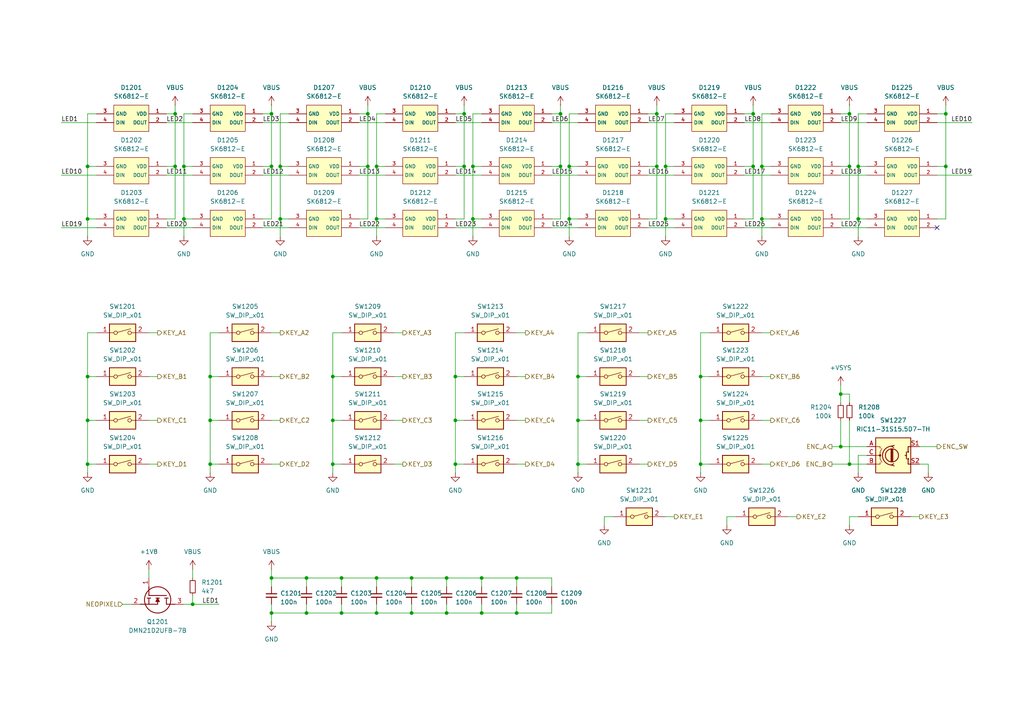
<source format=kicad_sch>
(kicad_sch (version 20231120) (generator "eeschema") (generator_version "8.0")
  (paper "A4")
  (junction (at 149.86 177.8))
  (junction (at 88.9 167.64))
  (junction (at 220.98 48.26))
  (junction (at 165.1 63.5))
  (junction (at 246.38 33.02))
  (junction (at 274.32 33.02))
  (junction (at 81.28 48.26))
  (junction (at 132.08 121.92))
  (junction (at 106.68 48.26))
  (junction (at 162.56 33.02))
  (junction (at 53.34 48.26))
  (junction (at 203.2 109.22))
  (junction (at 149.86 167.64))
  (junction (at 25.4 63.5))
  (junction (at 162.56 48.26))
  (junction (at 139.7 167.64))
  (junction (at 109.22 63.5))
  (junction (at 60.96 134.62))
  (junction (at 218.44 48.26))
  (junction (at 190.5 48.26))
  (junction (at 53.34 63.5))
  (junction (at 129.54 167.64))
  (junction (at 60.96 109.22))
  (junction (at 81.28 63.5))
  (junction (at 248.92 63.5))
  (junction (at 109.22 167.64))
  (junction (at 99.06 167.64))
  (junction (at 167.64 121.92))
  (junction (at 139.7 177.8))
  (junction (at 25.4 48.26))
  (junction (at 78.74 167.64))
  (junction (at 55.88 175.26))
  (junction (at 193.04 48.26))
  (junction (at 25.4 121.92))
  (junction (at 243.84 114.3))
  (junction (at 96.52 134.62))
  (junction (at 243.84 129.54))
  (junction (at 78.74 177.8))
  (junction (at 203.2 121.92))
  (junction (at 96.52 109.22))
  (junction (at 119.38 177.8))
  (junction (at 60.96 121.92))
  (junction (at 134.62 48.26))
  (junction (at 218.44 33.02))
  (junction (at 134.62 33.02))
  (junction (at 99.06 177.8))
  (junction (at 246.38 48.26))
  (junction (at 220.98 63.5))
  (junction (at 137.16 63.5))
  (junction (at 78.74 48.26))
  (junction (at 274.32 48.26))
  (junction (at 25.4 109.22))
  (junction (at 78.74 33.02))
  (junction (at 190.5 33.02))
  (junction (at 132.08 134.62))
  (junction (at 50.8 33.02))
  (junction (at 193.04 63.5))
  (junction (at 137.16 48.26))
  (junction (at 132.08 109.22))
  (junction (at 109.22 177.8))
  (junction (at 119.38 167.64))
  (junction (at 167.64 134.62))
  (junction (at 246.38 134.62))
  (junction (at 129.54 177.8))
  (junction (at 203.2 134.62))
  (junction (at 109.22 48.26))
  (junction (at 25.4 134.62))
  (junction (at 248.92 48.26))
  (junction (at 96.52 121.92))
  (junction (at 88.9 177.8))
  (junction (at 50.8 48.26))
  (junction (at 165.1 48.26))
  (junction (at 167.64 109.22))
  (junction (at 106.68 33.02))
  (no_connect (at 271.78 66.04))
  (wire (pts (xy 78.74 33.02) (xy 78.74 48.26)))
  (wire (pts (xy 271.78 50.8) (xy 281.94 50.8)))
  (wire (pts (xy 119.38 167.64) (xy 129.54 167.64)))
  (wire (pts (xy 162.56 33.02) (xy 162.56 30.48)))
  (wire (pts (xy 104.14 63.5) (xy 106.68 63.5)))
  (wire (pts (xy 106.68 33.02) (xy 106.68 30.48)))
  (wire (pts (xy 99.06 96.52) (xy 96.52 96.52)))
  (wire (pts (xy 134.62 33.02) (xy 134.62 30.48)))
  (wire (pts (xy 78.74 48.26) (xy 78.74 63.5)))
  (wire (pts (xy 246.38 33.02) (xy 246.38 30.48)))
  (wire (pts (xy 228.6 149.86) (xy 231.14 149.86)))
  (wire (pts (xy 248.92 63.5) (xy 251.46 63.5)))
  (wire (pts (xy 149.86 177.8) (xy 149.86 175.26)))
  (wire (pts (xy 53.34 48.26) (xy 53.34 33.02)))
  (wire (pts (xy 210.82 149.86) (xy 213.36 149.86)))
  (wire (pts (xy 109.22 48.26) (xy 109.22 33.02)))
  (wire (pts (xy 114.3 96.52) (xy 116.84 96.52)))
  (wire (pts (xy 139.7 167.64) (xy 149.86 167.64)))
  (wire (pts (xy 160.02 63.5) (xy 162.56 63.5)))
  (wire (pts (xy 25.4 121.92) (xy 25.4 134.62)))
  (wire (pts (xy 215.9 48.26) (xy 218.44 48.26)))
  (wire (pts (xy 149.86 167.64) (xy 149.86 170.18)))
  (wire (pts (xy 104.14 33.02) (xy 106.68 33.02)))
  (wire (pts (xy 241.3 134.62) (xy 246.38 134.62)))
  (wire (pts (xy 139.7 177.8) (xy 139.7 175.26)))
  (wire (pts (xy 220.98 63.5) (xy 220.98 48.26)))
  (wire (pts (xy 187.96 50.8) (xy 195.58 50.8)))
  (wire (pts (xy 78.74 167.64) (xy 78.74 170.18)))
  (wire (pts (xy 132.08 121.92) (xy 132.08 134.62)))
  (wire (pts (xy 119.38 177.8) (xy 119.38 175.26)))
  (wire (pts (xy 104.14 66.04) (xy 111.76 66.04)))
  (wire (pts (xy 78.74 96.52) (xy 81.28 96.52)))
  (wire (pts (xy 271.78 129.54) (xy 266.7 129.54)))
  (wire (pts (xy 114.3 109.22) (xy 116.84 109.22)))
  (wire (pts (xy 160.02 48.26) (xy 162.56 48.26)))
  (wire (pts (xy 25.4 134.62) (xy 25.4 137.16)))
  (wire (pts (xy 137.16 63.5) (xy 137.16 48.26)))
  (wire (pts (xy 50.8 48.26) (xy 50.8 63.5)))
  (wire (pts (xy 60.96 121.92) (xy 63.5 121.92)))
  (wire (pts (xy 132.08 50.8) (xy 139.7 50.8)))
  (wire (pts (xy 53.34 68.58) (xy 53.34 63.5)))
  (wire (pts (xy 246.38 121.92) (xy 246.38 134.62)))
  (wire (pts (xy 25.4 109.22) (xy 25.4 121.92)))
  (wire (pts (xy 106.68 48.26) (xy 106.68 63.5)))
  (wire (pts (xy 119.38 177.8) (xy 129.54 177.8)))
  (wire (pts (xy 106.68 33.02) (xy 106.68 48.26)))
  (wire (pts (xy 60.96 121.92) (xy 60.96 134.62)))
  (wire (pts (xy 76.2 48.26) (xy 78.74 48.26)))
  (wire (pts (xy 248.92 48.26) (xy 248.92 33.02)))
  (wire (pts (xy 220.98 96.52) (xy 223.52 96.52)))
  (wire (pts (xy 99.06 167.64) (xy 99.06 170.18)))
  (wire (pts (xy 162.56 48.26) (xy 162.56 63.5)))
  (wire (pts (xy 149.86 121.92) (xy 152.4 121.92)))
  (wire (pts (xy 271.78 33.02) (xy 274.32 33.02)))
  (wire (pts (xy 129.54 177.8) (xy 129.54 175.26)))
  (wire (pts (xy 60.96 96.52) (xy 60.96 109.22)))
  (wire (pts (xy 205.74 96.52) (xy 203.2 96.52)))
  (wire (pts (xy 132.08 63.5) (xy 134.62 63.5)))
  (wire (pts (xy 246.38 33.02) (xy 246.38 48.26)))
  (wire (pts (xy 60.96 109.22) (xy 63.5 109.22)))
  (wire (pts (xy 190.5 48.26) (xy 190.5 63.5)))
  (wire (pts (xy 246.38 149.86) (xy 246.38 152.4)))
  (wire (pts (xy 88.9 167.64) (xy 88.9 170.18)))
  (wire (pts (xy 134.62 33.02) (xy 134.62 48.26)))
  (wire (pts (xy 243.84 50.8) (xy 251.46 50.8)))
  (wire (pts (xy 76.2 50.8) (xy 83.82 50.8)))
  (wire (pts (xy 149.86 96.52) (xy 152.4 96.52)))
  (wire (pts (xy 187.96 48.26) (xy 190.5 48.26)))
  (wire (pts (xy 185.42 109.22) (xy 187.96 109.22)))
  (wire (pts (xy 165.1 68.58) (xy 165.1 63.5)))
  (wire (pts (xy 248.92 132.08) (xy 248.92 137.16)))
  (wire (pts (xy 53.34 175.26) (xy 55.88 175.26)))
  (wire (pts (xy 220.98 109.22) (xy 223.52 109.22)))
  (wire (pts (xy 43.18 134.62) (xy 45.72 134.62)))
  (wire (pts (xy 274.32 48.26) (xy 274.32 63.5)))
  (wire (pts (xy 190.5 33.02) (xy 190.5 30.48)))
  (wire (pts (xy 60.96 109.22) (xy 60.96 121.92)))
  (wire (pts (xy 50.8 33.02) (xy 50.8 48.26)))
  (wire (pts (xy 25.4 48.26) (xy 27.94 48.26)))
  (wire (pts (xy 132.08 109.22) (xy 134.62 109.22)))
  (wire (pts (xy 96.52 121.92) (xy 96.52 134.62)))
  (wire (pts (xy 109.22 33.02) (xy 111.76 33.02)))
  (wire (pts (xy 48.26 66.04) (xy 55.88 66.04)))
  (wire (pts (xy 193.04 63.5) (xy 195.58 63.5)))
  (wire (pts (xy 167.64 109.22) (xy 170.18 109.22)))
  (wire (pts (xy 96.52 96.52) (xy 96.52 109.22)))
  (wire (pts (xy 81.28 68.58) (xy 81.28 63.5)))
  (wire (pts (xy 175.26 149.86) (xy 175.26 152.4)))
  (wire (pts (xy 78.74 134.62) (xy 81.28 134.62)))
  (wire (pts (xy 132.08 109.22) (xy 132.08 121.92)))
  (wire (pts (xy 243.84 114.3) (xy 246.38 114.3)))
  (wire (pts (xy 187.96 33.02) (xy 190.5 33.02)))
  (wire (pts (xy 109.22 167.64) (xy 109.22 170.18)))
  (wire (pts (xy 99.06 177.8) (xy 99.06 175.26)))
  (wire (pts (xy 220.98 48.26) (xy 220.98 33.02)))
  (wire (pts (xy 218.44 48.26) (xy 218.44 63.5)))
  (wire (pts (xy 88.9 167.64) (xy 99.06 167.64)))
  (wire (pts (xy 109.22 48.26) (xy 111.76 48.26)))
  (wire (pts (xy 170.18 96.52) (xy 167.64 96.52)))
  (wire (pts (xy 271.78 48.26) (xy 274.32 48.26)))
  (wire (pts (xy 137.16 48.26) (xy 139.7 48.26)))
  (wire (pts (xy 160.02 66.04) (xy 167.64 66.04)))
  (wire (pts (xy 53.34 48.26) (xy 55.88 48.26)))
  (wire (pts (xy 76.2 66.04) (xy 83.82 66.04)))
  (wire (pts (xy 167.64 109.22) (xy 167.64 121.92)))
  (wire (pts (xy 187.96 35.56) (xy 195.58 35.56)))
  (wire (pts (xy 55.88 165.1) (xy 55.88 167.64)))
  (wire (pts (xy 53.34 63.5) (xy 53.34 48.26)))
  (wire (pts (xy 129.54 167.64) (xy 139.7 167.64)))
  (wire (pts (xy 149.86 134.62) (xy 152.4 134.62)))
  (wire (pts (xy 43.18 109.22) (xy 45.72 109.22)))
  (wire (pts (xy 271.78 35.56) (xy 281.94 35.56)))
  (wire (pts (xy 167.64 96.52) (xy 167.64 109.22)))
  (wire (pts (xy 96.52 134.62) (xy 99.06 134.62)))
  (wire (pts (xy 149.86 167.64) (xy 160.02 167.64)))
  (wire (pts (xy 78.74 121.92) (xy 81.28 121.92)))
  (wire (pts (xy 203.2 134.62) (xy 203.2 137.16)))
  (wire (pts (xy 187.96 63.5) (xy 190.5 63.5)))
  (wire (pts (xy 48.26 63.5) (xy 50.8 63.5)))
  (wire (pts (xy 165.1 63.5) (xy 165.1 48.26)))
  (wire (pts (xy 132.08 121.92) (xy 134.62 121.92)))
  (wire (pts (xy 193.04 68.58) (xy 193.04 63.5)))
  (wire (pts (xy 99.06 177.8) (xy 109.22 177.8)))
  (wire (pts (xy 215.9 33.02) (xy 218.44 33.02)))
  (wire (pts (xy 99.06 167.64) (xy 109.22 167.64)))
  (wire (pts (xy 203.2 121.92) (xy 205.74 121.92)))
  (wire (pts (xy 160.02 35.56) (xy 167.64 35.56)))
  (wire (pts (xy 167.64 121.92) (xy 170.18 121.92)))
  (wire (pts (xy 187.96 66.04) (xy 195.58 66.04)))
  (wire (pts (xy 243.84 66.04) (xy 251.46 66.04)))
  (wire (pts (xy 78.74 177.8) (xy 88.9 177.8)))
  (wire (pts (xy 248.92 63.5) (xy 248.92 48.26)))
  (wire (pts (xy 266.7 134.62) (xy 269.24 134.62)))
  (wire (pts (xy 109.22 63.5) (xy 109.22 48.26)))
  (wire (pts (xy 17.78 35.56) (xy 27.94 35.56)))
  (wire (pts (xy 132.08 33.02) (xy 134.62 33.02)))
  (wire (pts (xy 215.9 66.04) (xy 223.52 66.04)))
  (wire (pts (xy 203.2 109.22) (xy 205.74 109.22)))
  (wire (pts (xy 25.4 63.5) (xy 27.94 63.5)))
  (wire (pts (xy 215.9 63.5) (xy 218.44 63.5)))
  (wire (pts (xy 25.4 121.92) (xy 27.94 121.92)))
  (wire (pts (xy 132.08 134.62) (xy 134.62 134.62)))
  (wire (pts (xy 220.98 33.02) (xy 223.52 33.02)))
  (wire (pts (xy 63.5 96.52) (xy 60.96 96.52)))
  (wire (pts (xy 132.08 48.26) (xy 134.62 48.26)))
  (wire (pts (xy 17.78 50.8) (xy 27.94 50.8)))
  (wire (pts (xy 88.9 177.8) (xy 99.06 177.8)))
  (wire (pts (xy 53.34 33.02) (xy 55.88 33.02)))
  (wire (pts (xy 96.52 121.92) (xy 99.06 121.92)))
  (wire (pts (xy 78.74 177.8) (xy 78.74 175.26)))
  (wire (pts (xy 218.44 33.02) (xy 218.44 30.48)))
  (wire (pts (xy 185.42 134.62) (xy 187.96 134.62)))
  (wire (pts (xy 88.9 177.8) (xy 88.9 175.26)))
  (wire (pts (xy 274.32 33.02) (xy 274.32 30.48)))
  (wire (pts (xy 193.04 63.5) (xy 193.04 48.26)))
  (wire (pts (xy 96.52 109.22) (xy 96.52 121.92)))
  (wire (pts (xy 25.4 134.62) (xy 27.94 134.62)))
  (wire (pts (xy 175.26 149.86) (xy 177.8 149.86)))
  (wire (pts (xy 78.74 167.64) (xy 88.9 167.64)))
  (wire (pts (xy 25.4 109.22) (xy 27.94 109.22)))
  (wire (pts (xy 109.22 167.64) (xy 119.38 167.64)))
  (wire (pts (xy 193.04 149.86) (xy 195.58 149.86)))
  (wire (pts (xy 160.02 50.8) (xy 167.64 50.8)))
  (wire (pts (xy 190.5 33.02) (xy 190.5 48.26)))
  (wire (pts (xy 76.2 33.02) (xy 78.74 33.02)))
  (wire (pts (xy 193.04 48.26) (xy 195.58 48.26)))
  (wire (pts (xy 25.4 96.52) (xy 25.4 109.22)))
  (wire (pts (xy 185.42 121.92) (xy 187.96 121.92)))
  (wire (pts (xy 48.26 50.8) (xy 55.88 50.8)))
  (wire (pts (xy 132.08 66.04) (xy 139.7 66.04)))
  (wire (pts (xy 137.16 63.5) (xy 139.7 63.5)))
  (wire (pts (xy 137.16 33.02) (xy 139.7 33.02)))
  (wire (pts (xy 17.78 66.04) (xy 27.94 66.04)))
  (wire (pts (xy 76.2 63.5) (xy 78.74 63.5)))
  (wire (pts (xy 248.92 33.02) (xy 251.46 33.02)))
  (wire (pts (xy 50.8 33.02) (xy 50.8 30.48)))
  (wire (pts (xy 220.98 121.92) (xy 223.52 121.92)))
  (wire (pts (xy 203.2 96.52) (xy 203.2 109.22)))
  (wire (pts (xy 203.2 134.62) (xy 205.74 134.62)))
  (wire (pts (xy 139.7 177.8) (xy 149.86 177.8)))
  (wire (pts (xy 264.16 149.86) (xy 266.7 149.86)))
  (wire (pts (xy 220.98 48.26) (xy 223.52 48.26)))
  (wire (pts (xy 243.84 33.02) (xy 246.38 33.02)))
  (wire (pts (xy 81.28 48.26) (xy 83.82 48.26)))
  (wire (pts (xy 134.62 96.52) (xy 132.08 96.52)))
  (wire (pts (xy 246.38 48.26) (xy 246.38 63.5)))
  (wire (pts (xy 185.42 96.52) (xy 187.96 96.52)))
  (wire (pts (xy 243.84 63.5) (xy 246.38 63.5)))
  (wire (pts (xy 109.22 63.5) (xy 111.76 63.5)))
  (wire (pts (xy 60.96 134.62) (xy 63.5 134.62)))
  (wire (pts (xy 104.14 35.56) (xy 111.76 35.56)))
  (wire (pts (xy 25.4 68.58) (xy 25.4 63.5)))
  (wire (pts (xy 109.22 68.58) (xy 109.22 63.5)))
  (wire (pts (xy 81.28 33.02) (xy 83.82 33.02)))
  (wire (pts (xy 246.38 116.84) (xy 246.38 114.3)))
  (wire (pts (xy 241.3 129.54) (xy 243.84 129.54)))
  (wire (pts (xy 114.3 121.92) (xy 116.84 121.92)))
  (wire (pts (xy 60.96 134.62) (xy 60.96 137.16)))
  (wire (pts (xy 35.56 175.26) (xy 38.1 175.26)))
  (wire (pts (xy 53.34 63.5) (xy 55.88 63.5)))
  (wire (pts (xy 218.44 33.02) (xy 218.44 48.26)))
  (wire (pts (xy 43.18 121.92) (xy 45.72 121.92)))
  (wire (pts (xy 167.64 134.62) (xy 170.18 134.62)))
  (wire (pts (xy 165.1 48.26) (xy 165.1 33.02)))
  (wire (pts (xy 274.32 33.02) (xy 274.32 48.26)))
  (wire (pts (xy 76.2 35.56) (xy 83.82 35.56)))
  (wire (pts (xy 109.22 177.8) (xy 109.22 175.26)))
  (wire (pts (xy 114.3 134.62) (xy 116.84 134.62)))
  (wire (pts (xy 243.84 129.54) (xy 251.46 129.54)))
  (wire (pts (xy 160.02 33.02) (xy 162.56 33.02)))
  (wire (pts (xy 134.62 48.26) (xy 134.62 63.5)))
  (wire (pts (xy 243.84 121.92) (xy 243.84 129.54)))
  (wire (pts (xy 160.02 167.64) (xy 160.02 170.18)))
  (wire (pts (xy 246.38 149.86) (xy 248.92 149.86)))
  (wire (pts (xy 119.38 167.64) (xy 119.38 170.18)))
  (wire (pts (xy 210.82 149.86) (xy 210.82 152.4)))
  (wire (pts (xy 160.02 177.8) (xy 160.02 175.26)))
  (wire (pts (xy 104.14 48.26) (xy 106.68 48.26)))
  (wire (pts (xy 139.7 167.64) (xy 139.7 170.18)))
  (wire (pts (xy 167.64 121.92) (xy 167.64 134.62)))
  (wire (pts (xy 165.1 33.02) (xy 167.64 33.02)))
  (wire (pts (xy 48.26 35.56) (xy 55.88 35.56)))
  (wire (pts (xy 149.86 177.8) (xy 160.02 177.8)))
  (wire (pts (xy 104.14 50.8) (xy 111.76 50.8)))
  (wire (pts (xy 43.18 96.52) (xy 45.72 96.52)))
  (wire (pts (xy 243.84 111.76) (xy 243.84 114.3)))
  (wire (pts (xy 220.98 134.62) (xy 223.52 134.62)))
  (wire (pts (xy 149.86 109.22) (xy 152.4 109.22)))
  (wire (pts (xy 78.74 165.1) (xy 78.74 167.64)))
  (wire (pts (xy 246.38 134.62) (xy 251.46 134.62)))
  (wire (pts (xy 243.84 114.3) (xy 243.84 116.84)))
  (wire (pts (xy 55.88 172.72) (xy 55.88 175.26)))
  (wire (pts (xy 78.74 33.02) (xy 78.74 30.48)))
  (wire (pts (xy 129.54 177.8) (xy 139.7 177.8)))
  (wire (pts (xy 25.4 63.5) (xy 25.4 48.26)))
  (wire (pts (xy 248.92 68.58) (xy 248.92 63.5)))
  (wire (pts (xy 81.28 63.5) (xy 83.82 63.5)))
  (wire (pts (xy 215.9 35.56) (xy 223.52 35.56)))
  (wire (pts (xy 96.52 109.22) (xy 99.06 109.22)))
  (wire (pts (xy 25.4 48.26) (xy 25.4 33.02)))
  (wire (pts (xy 109.22 177.8) (xy 119.38 177.8)))
  (wire (pts (xy 25.4 33.02) (xy 27.94 33.02)))
  (wire (pts (xy 129.54 167.64) (xy 129.54 170.18)))
  (wire (pts (xy 220.98 68.58) (xy 220.98 63.5)))
  (wire (pts (xy 132.08 35.56) (xy 139.7 35.56)))
  (wire (pts (xy 132.08 96.52) (xy 132.08 109.22)))
  (wire (pts (xy 162.56 33.02) (xy 162.56 48.26)))
  (wire (pts (xy 193.04 33.02) (xy 195.58 33.02)))
  (wire (pts (xy 269.24 134.62) (xy 269.24 137.16)))
  (wire (pts (xy 203.2 109.22) (xy 203.2 121.92)))
  (wire (pts (xy 220.98 63.5) (xy 223.52 63.5)))
  (wire (pts (xy 81.28 48.26) (xy 81.28 33.02)))
  (wire (pts (xy 132.08 134.62) (xy 132.08 137.16)))
  (wire (pts (xy 137.16 48.26) (xy 137.16 33.02)))
  (wire (pts (xy 78.74 109.22) (xy 81.28 109.22)))
  (wire (pts (xy 167.64 134.62) (xy 167.64 137.16)))
  (wire (pts (xy 43.18 165.1) (xy 43.18 167.64)))
  (wire (pts (xy 215.9 50.8) (xy 223.52 50.8)))
  (wire (pts (xy 165.1 63.5) (xy 167.64 63.5)))
  (wire (pts (xy 48.26 48.26) (xy 50.8 48.26)))
  (wire (pts (xy 248.92 48.26) (xy 251.46 48.26)))
  (wire (pts (xy 243.84 35.56) (xy 251.46 35.56)))
  (wire (pts (xy 137.16 68.58) (xy 137.16 63.5)))
  (wire (pts (xy 251.46 132.08) (xy 248.92 132.08)))
  (wire (pts (xy 81.28 63.5) (xy 81.28 48.26)))
  (wire (pts (xy 27.94 96.52) (xy 25.4 96.52)))
  (wire (pts (xy 193.04 48.26) (xy 193.04 33.02)))
  (wire (pts (xy 96.52 134.62) (xy 96.52 137.16)))
  (wire (pts (xy 165.1 48.26) (xy 167.64 48.26)))
  (wire (pts (xy 203.2 121.92) (xy 203.2 134.62)))
  (wire (pts (xy 48.26 33.02) (xy 50.8 33.02)))
  (wire (pts (xy 55.88 175.26) (xy 63.5 175.26)))
  (wire (pts (xy 243.84 48.26) (xy 246.38 48.26)))
  (wire (pts (xy 271.78 63.5) (xy 274.32 63.5)))
  (wire (pts (xy 78.74 177.8) (xy 78.74 180.34)))
  (label "LED25" (at 187.96 66.04 0))
  (label "LED10" (at 17.78 50.8 0))
  (label "LED19" (at 281.94 50.8 180))
  (label "LED27" (at 243.84 66.04 0))
  (label "LED26" (at 215.9 66.04 0))
  (label "LED5" (at 132.08 35.56 0))
  (label "LED23" (at 132.08 66.04 0))
  (label "LED7" (at 187.96 35.56 0))
  (label "LED24" (at 160.02 66.04 0))
  (label "LED9" (at 243.84 35.56 0))
  (label "LED19" (at 17.78 66.04 0))
  (label "LED20" (at 48.26 66.04 0))
  (label "LED17" (at 215.9 50.8 0))
  (label "LED14" (at 132.08 50.8 0))
  (label "LED12" (at 76.2 50.8 0))
  (label "LED16" (at 187.96 50.8 0))
  (label "LED15" (at 160.02 50.8 0))
  (label "LED21" (at 76.2 66.04 0))
  (label "LED1" (at 63.5 175.26 180))
  (label "LED4" (at 104.14 35.56 0))
  (label "LED13" (at 104.14 50.8 0))
  (label "LED22" (at 104.14 66.04 0))
  (label "LED8" (at 215.9 35.56 0))
  (label "LED1" (at 17.78 35.56 0))
  (label "LED10" (at 281.94 35.56 180))
  (label "LED3" (at 76.2 35.56 0))
  (label "LED6" (at 160.02 35.56 0))
  (label "LED18" (at 243.84 50.8 0))
  (label "LED11" (at 48.26 50.8 0))
  (label "LED2" (at 48.26 35.56 0))
  (hierarchical_label "KEY_B2" (shape output) (at 81.28 109.22 0))
  (hierarchical_label "KEY_B6" (shape output) (at 223.52 109.22 0))
  (hierarchical_label "KEY_D4" (shape output) (at 152.4 134.62 0))
  (hierarchical_label "ENC_A" (shape output) (at 241.3 129.54 180))
  (hierarchical_label "KEY_B5" (shape output) (at 187.96 109.22 0))
  (hierarchical_label "KEY_A5" (shape output) (at 187.96 96.52 0))
  (hierarchical_label "KEY_D6" (shape output) (at 223.52 134.62 0))
  (hierarchical_label "KEY_C2" (shape output) (at 81.28 121.92 0))
  (hierarchical_label "KEY_D5" (shape output) (at 187.96 134.62 0))
  (hierarchical_label "KEY_B1" (shape output) (at 45.72 109.22 0))
  (hierarchical_label "ENC_B" (shape output) (at 241.3 134.62 180))
  (hierarchical_label "KEY_A2" (shape output) (at 81.28 96.52 0))
  (hierarchical_label "KEY_C6" (shape output) (at 223.52 121.92 0))
  (hierarchical_label "KEY_B3" (shape output) (at 116.84 109.22 0))
  (hierarchical_label "KEY_A3" (shape output) (at 116.84 96.52 0))
  (hierarchical_label "NEOPIXEL" (shape input) (at 35.56 175.26 180))
  (hierarchical_label "KEY_A6" (shape output) (at 223.52 96.52 0))
  (hierarchical_label "ENC_SW" (shape output) (at 271.78 129.54 0))
  (hierarchical_label "KEY_B4" (shape output) (at 152.4 109.22 0))
  (hierarchical_label "KEY_E2" (shape output) (at 231.14 149.86 0))
  (hierarchical_label "KEY_C1" (shape output) (at 45.72 121.92 0))
  (hierarchical_label "KEY_C4" (shape output) (at 152.4 121.92 0))
  (hierarchical_label "KEY_A1" (shape output) (at 45.72 96.52 0))
  (hierarchical_label "KEY_C5" (shape output) (at 187.96 121.92 0))
  (hierarchical_label "KEY_C3" (shape output) (at 116.84 121.92 0))
  (hierarchical_label "KEY_A4" (shape output) (at 152.4 96.52 0))
  (hierarchical_label "KEY_D2" (shape output) (at 81.28 134.62 0))
  (hierarchical_label "KEY_D1" (shape output) (at 45.72 134.62 0))
  (hierarchical_label "KEY_E1" (shape output) (at 195.58 149.86 0))
  (hierarchical_label "KEY_D3" (shape output) (at 116.84 134.62 0))
  (hierarchical_label "KEY_E3" (shape output) (at 266.7 149.86 0))
  (symbol (lib_id "power:GND") (at 60.96 137.16 0) (unit 1)
    (property "Reference" "#PWR01202" (effects (hide yes)))
    (property "Value" "GND" (at 60.96 142.24 0))
    (property "Description" "Power symbol creates a global label with name \"GND\" , ground" (effects (hide yes)))
  )
  (symbol (lib_id "power:VBUS") (at 218.44 30.48 0) (unit 1)
    (property "Reference" "#PWR01225" (effects (hide yes)))
    (property "Value" "VBUS" (at 218.44 25.4 0))
    (property "Description" "Power symbol creates a global label with name \"VBUS\"" (effects (hide yes)))
  )
  (symbol (lib_id "Switch:SW_DIP_x01") (at 106.68 121.92 0) (unit 1)
    (property "Reference" "SW1211" (at 106.68 114.3 0))
    (property "Value" "SW_DIP_x01" (at 106.68 116.84 0))
    (property "Footprint" "keyboard_footprints:choc-v1-hotswap" (effects (hide yes)))
    (property "Description" "1x DIP Switch, Single Pole Single Throw (SPST) switch, small symbol" (effects (hide yes)))
  )
  (symbol (lib_id "SK6812-E:SK6812-E") (at 205.74 30.48 0) (unit 1)
    (property "Reference" "D1219" (at 205.74 25.4 0))
    (property "Value" "SK6812-E" (at 205.74 27.94 0))
    (property "Footprint" "keyboard_footprints:LED_SK6812-E" (effects (hide yes)))
    (property "MF" "DONGGUANG OPSCO OPTOELECTRONICS CO., LTD" (effects (hide yes)))
    (property "MAXIMUM_PACKAGE_HEIGHT" "0.84mm" (effects (hide yes)))
    (property "Package" "Package" (effects (hide yes)))
    (property "Price" "None" (effects (hide yes)))
    (property "Check_prices" "https://www.snapeda.com/parts/SK6812-E/DONGGUANG+OPSCO+OPTOELECTRONICS+CO.%252C+LTD/view-part/?ref=eda" (effects (hide yes)))
    (property "STANDARD" "Manufacturer recommendations" (effects (hide yes)))
    (property "PARTREV" "2" (effects (hide yes)))
    (property "SnapEDA_Link" "https://www.snapeda.com/parts/SK6812-E/DONGGUANG+OPSCO+OPTOELECTRONICS+CO.%252C+LTD/view-part/?ref=snap" (effects (hide yes)))
    (property "MP" "SK6812-E" (effects (hide yes)))
    (property "Description_1" "\nSK6812MINI-E is a smart LED control circuit and light emitting circuit in one controlled LED source, which has the shape of a 3528 LED chip.\n" (effects (hide yes)))
    (property "Availability" "Not in stock" (effects (hide yes)))
    (property "MANUFACTURER" "DONGGUANG OPSCO" (effects (hide yes)))
  )
  (symbol (lib_id "SK6812-E:SK6812-E") (at 177.8 30.48 0) (unit 1)
    (property "Reference" "D1216" (at 177.8 25.4 0))
    (property "Value" "SK6812-E" (at 177.8 27.94 0))
    (property "Footprint" "keyboard_footprints:LED_SK6812-E" (effects (hide yes)))
    (property "MF" "DONGGUANG OPSCO OPTOELECTRONICS CO., LTD" (effects (hide yes)))
    (property "MAXIMUM_PACKAGE_HEIGHT" "0.84mm" (effects (hide yes)))
    (property "Package" "Package" (effects (hide yes)))
    (property "Price" "None" (effects (hide yes)))
    (property "Check_prices" "https://www.snapeda.com/parts/SK6812-E/DONGGUANG+OPSCO+OPTOELECTRONICS+CO.%252C+LTD/view-part/?ref=eda" (effects (hide yes)))
    (property "STANDARD" "Manufacturer recommendations" (effects (hide yes)))
    (property "PARTREV" "2" (effects (hide yes)))
    (property "SnapEDA_Link" "https://www.snapeda.com/parts/SK6812-E/DONGGUANG+OPSCO+OPTOELECTRONICS+CO.%252C+LTD/view-part/?ref=snap" (effects (hide yes)))
    (property "MP" "SK6812-E" (effects (hide yes)))
    (property "Description_1" "\nSK6812MINI-E is a smart LED control circuit and light emitting circuit in one controlled LED source, which has the shape of a 3528 LED chip.\n" (effects (hide yes)))
    (property "Availability" "Not in stock" (effects (hide yes)))
    (property "MANUFACTURER" "DONGGUANG OPSCO" (effects (hide yes)))
  )
  (symbol (lib_id "Device:C_Small") (at 149.86 172.72 0) (unit 1)
    (property "Reference" "C1208" (at 152.4 172.0913 0) (effects (justify left)))
    (property "Value" "100n" (at 152.4 174.6313 0) (effects (justify left)))
    (property "Footprint" "Capacitor_SMD:C_0402_1005Metric" (effects (hide yes)))
    (property "Description" "Unpolarized capacitor, small symbol" (effects (hide yes)))
  )
  (symbol (lib_id "Switch:SW_DIP_x01") (at 177.8 96.52 0) (unit 1)
    (property "Reference" "SW1217" (at 177.8 88.9 0))
    (property "Value" "SW_DIP_x01" (at 177.8 91.44 0))
    (property "Footprint" "keyboard_footprints:choc-v1-hotswap" (effects (hide yes)))
    (property "Description" "1x DIP Switch, Single Pole Single Throw (SPST) switch, small symbol" (effects (hide yes)))
  )
  (symbol (lib_id "power:VBUS") (at 50.8 30.48 0) (unit 1)
    (property "Reference" "#PWR01213" (effects (hide yes)))
    (property "Value" "VBUS" (at 50.8 25.4 0))
    (property "Description" "Power symbol creates a global label with name \"VBUS\"" (effects (hide yes)))
  )
  (symbol (lib_id "power:VBUS") (at 78.74 30.48 0) (unit 1)
    (property "Reference" "#PWR01215" (effects (hide yes)))
    (property "Value" "VBUS" (at 78.74 25.4 0))
    (property "Description" "Power symbol creates a global label with name \"VBUS\"" (effects (hide yes)))
  )
  (symbol (lib_id "Switch:SW_DIP_x01") (at 71.12 121.92 0) (unit 1)
    (property "Reference" "SW1207" (at 71.12 114.3 0))
    (property "Value" "SW_DIP_x01" (at 71.12 116.84 0))
    (property "Footprint" "keyboard_footprints:choc-v1-hotswap" (effects (hide yes)))
    (property "Description" "1x DIP Switch, Single Pole Single Throw (SPST) switch, small symbol" (effects (hide yes)))
  )
  (symbol (lib_id "SK6812-E:SK6812-E") (at 66.04 30.48 0) (unit 1)
    (property "Reference" "D1204" (at 66.04 25.4 0))
    (property "Value" "SK6812-E" (at 66.04 27.94 0))
    (property "Footprint" "keyboard_footprints:LED_SK6812-E" (effects (hide yes)))
    (property "MF" "DONGGUANG OPSCO OPTOELECTRONICS CO., LTD" (effects (hide yes)))
    (property "MAXIMUM_PACKAGE_HEIGHT" "0.84mm" (effects (hide yes)))
    (property "Package" "Package" (effects (hide yes)))
    (property "Price" "None" (effects (hide yes)))
    (property "Check_prices" "https://www.snapeda.com/parts/SK6812-E/DONGGUANG+OPSCO+OPTOELECTRONICS+CO.%252C+LTD/view-part/?ref=eda" (effects (hide yes)))
    (property "STANDARD" "Manufacturer recommendations" (effects (hide yes)))
    (property "PARTREV" "2" (effects (hide yes)))
    (property "SnapEDA_Link" "https://www.snapeda.com/parts/SK6812-E/DONGGUANG+OPSCO+OPTOELECTRONICS+CO.%252C+LTD/view-part/?ref=snap" (effects (hide yes)))
    (property "MP" "SK6812-E" (effects (hide yes)))
    (property "Description_1" "\nSK6812MINI-E is a smart LED control circuit and light emitting circuit in one controlled LED source, which has the shape of a 3528 LED chip.\n" (effects (hide yes)))
    (property "Availability" "Not in stock" (effects (hide yes)))
    (property "MANUFACTURER" "DONGGUANG OPSCO" (effects (hide yes)))
  )
  (symbol (lib_id "Switch:SW_DIP_x01") (at 213.36 109.22 0) (unit 1)
    (property "Reference" "SW1223" (at 213.36 101.6 0))
    (property "Value" "SW_DIP_x01" (at 213.36 104.14 0))
    (property "Footprint" "keyboard_footprints:choc-v1-hotswap" (effects (hide yes)))
    (property "Description" "1x DIP Switch, Single Pole Single Throw (SPST) switch, small symbol" (effects (hide yes)))
  )
  (symbol (lib_id "power:GND") (at 193.04 68.58 0) (unit 1)
    (property "Reference" "#PWR01224" (effects (hide yes)))
    (property "Value" "GND" (at 193.04 73.66 0))
    (property "Description" "Power symbol creates a global label with name \"GND\" , ground" (effects (hide yes)))
  )
  (symbol (lib_id "power:VBUS") (at 190.5 30.48 0) (unit 1)
    (property "Reference" "#PWR01223" (effects (hide yes)))
    (property "Value" "VBUS" (at 190.5 25.4 0))
    (property "Description" "Power symbol creates a global label with name \"VBUS\"" (effects (hide yes)))
  )
  (symbol (lib_id "Device:C_Small") (at 99.06 172.72 0) (unit 1)
    (property "Reference" "C1203" (at 101.6 172.0913 0) (effects (justify left)))
    (property "Value" "100n" (at 101.6 174.6313 0) (effects (justify left)))
    (property "Footprint" "Capacitor_SMD:C_0402_1005Metric" (effects (hide yes)))
    (property "Description" "Unpolarized capacitor, small symbol" (effects (hide yes)))
  )
  (symbol (lib_id "Switch:SW_DIP_x01") (at 177.8 109.22 0) (unit 1)
    (property "Reference" "SW1218" (at 177.8 101.6 0))
    (property "Value" "SW_DIP_x01" (at 177.8 104.14 0))
    (property "Footprint" "keyboard_footprints:choc-v1-hotswap" (effects (hide yes)))
    (property "Description" "1x DIP Switch, Single Pole Single Throw (SPST) switch, small symbol" (effects (hide yes)))
  )
  (symbol (lib_id "power:GND") (at 81.28 68.58 0) (unit 1)
    (property "Reference" "#PWR01216" (effects (hide yes)))
    (property "Value" "GND" (at 81.28 73.66 0))
    (property "Description" "Power symbol creates a global label with name \"GND\" , ground" (effects (hide yes)))
  )
  (symbol (lib_id "SK6812-E:SK6812-E") (at 149.86 30.48 0) (unit 1)
    (property "Reference" "D1213" (at 149.86 25.4 0))
    (property "Value" "SK6812-E" (at 149.86 27.94 0))
    (property "Footprint" "keyboard_footprints:LED_SK6812-E" (effects (hide yes)))
    (property "MF" "DONGGUANG OPSCO OPTOELECTRONICS CO., LTD" (effects (hide yes)))
    (property "MAXIMUM_PACKAGE_HEIGHT" "0.84mm" (effects (hide yes)))
    (property "Package" "Package" (effects (hide yes)))
    (property "Price" "None" (effects (hide yes)))
    (property "Check_prices" "https://www.snapeda.com/parts/SK6812-E/DONGGUANG+OPSCO+OPTOELECTRONICS+CO.%252C+LTD/view-part/?ref=eda" (effects (hide yes)))
    (property "STANDARD" "Manufacturer recommendations" (effects (hide yes)))
    (property "PARTREV" "2" (effects (hide yes)))
    (property "SnapEDA_Link" "https://www.snapeda.com/parts/SK6812-E/DONGGUANG+OPSCO+OPTOELECTRONICS+CO.%252C+LTD/view-part/?ref=snap" (effects (hide yes)))
    (property "MP" "SK6812-E" (effects (hide yes)))
    (property "Description_1" "\nSK6812MINI-E is a smart LED control circuit and light emitting circuit in one controlled LED source, which has the shape of a 3528 LED chip.\n" (effects (hide yes)))
    (property "Availability" "Not in stock" (effects (hide yes)))
    (property "MANUFACTURER" "DONGGUANG OPSCO" (effects (hide yes)))
  )
  (symbol (lib_id "power:VBUS") (at 246.38 30.48 0) (unit 1)
    (property "Reference" "#PWR01227" (effects (hide yes)))
    (property "Value" "VBUS" (at 246.38 25.4 0))
    (property "Description" "Power symbol creates a global label with name \"VBUS\"" (effects (hide yes)))
  )
  (symbol (lib_id "Switch:SW_DIP_x01") (at 71.12 109.22 0) (unit 1)
    (property "Reference" "SW1206" (at 71.12 101.6 0))
    (property "Value" "SW_DIP_x01" (at 71.12 104.14 0))
    (property "Footprint" "keyboard_footprints:choc-v1-hotswap" (effects (hide yes)))
    (property "Description" "1x DIP Switch, Single Pole Single Throw (SPST) switch, small symbol" (effects (hide yes)))
  )
  (symbol (lib_id "Switch:SW_DIP_x01") (at 185.42 149.86 0) (unit 1)
    (property "Reference" "SW1221" (at 185.42 142.24 0))
    (property "Value" "SW_DIP_x01" (at 185.42 144.78 0))
    (property "Footprint" "keyboard_footprints:choc-v1-hotswap" (effects (hide yes)))
    (property "Description" "1x DIP Switch, Single Pole Single Throw (SPST) switch, small symbol" (effects (hide yes)))
  )
  (symbol (lib_id "SK6812-E:SK6812-E") (at 149.86 60.96 0) (unit 1)
    (property "Reference" "D1215" (at 149.86 55.88 0))
    (property "Value" "SK6812-E" (at 149.86 58.42 0))
    (property "Footprint" "keyboard_footprints:LED_SK6812-E" (effects (hide yes)))
    (property "MF" "DONGGUANG OPSCO OPTOELECTRONICS CO., LTD" (effects (hide yes)))
    (property "MAXIMUM_PACKAGE_HEIGHT" "0.84mm" (effects (hide yes)))
    (property "Package" "Package" (effects (hide yes)))
    (property "Price" "None" (effects (hide yes)))
    (property "Check_prices" "https://www.snapeda.com/parts/SK6812-E/DONGGUANG+OPSCO+OPTOELECTRONICS+CO.%252C+LTD/view-part/?ref=eda" (effects (hide yes)))
    (property "STANDARD" "Manufacturer recommendations" (effects (hide yes)))
    (property "PARTREV" "2" (effects (hide yes)))
    (property "SnapEDA_Link" "https://www.snapeda.com/parts/SK6812-E/DONGGUANG+OPSCO+OPTOELECTRONICS+CO.%252C+LTD/view-part/?ref=snap" (effects (hide yes)))
    (property "MP" "SK6812-E" (effects (hide yes)))
    (property "Description_1" "\nSK6812MINI-E is a smart LED control circuit and light emitting circuit in one controlled LED source, which has the shape of a 3528 LED chip.\n" (effects (hide yes)))
    (property "Availability" "Not in stock" (effects (hide yes)))
    (property "MANUFACTURER" "DONGGUANG OPSCO" (effects (hide yes)))
  )
  (symbol (lib_id "SK6812-E:SK6812-E") (at 261.62 60.96 0) (unit 1)
    (property "Reference" "D1227" (at 261.62 55.88 0))
    (property "Value" "SK6812-E" (at 261.62 58.42 0))
    (property "Footprint" "keyboard_footprints:LED_SK6812-E" (effects (hide yes)))
    (property "MF" "DONGGUANG OPSCO OPTOELECTRONICS CO., LTD" (effects (hide yes)))
    (property "MAXIMUM_PACKAGE_HEIGHT" "0.84mm" (effects (hide yes)))
    (property "Package" "Package" (effects (hide yes)))
    (property "Price" "None" (effects (hide yes)))
    (property "Check_prices" "https://www.snapeda.com/parts/SK6812-E/DONGGUANG+OPSCO+OPTOELECTRONICS+CO.%252C+LTD/view-part/?ref=eda" (effects (hide yes)))
    (property "STANDARD" "Manufacturer recommendations" (effects (hide yes)))
    (property "PARTREV" "2" (effects (hide yes)))
    (property "SnapEDA_Link" "https://www.snapeda.com/parts/SK6812-E/DONGGUANG+OPSCO+OPTOELECTRONICS+CO.%252C+LTD/view-part/?ref=snap" (effects (hide yes)))
    (property "MP" "SK6812-E" (effects (hide yes)))
    (property "Description_1" "\nSK6812MINI-E is a smart LED control circuit and light emitting circuit in one controlled LED source, which has the shape of a 3528 LED chip.\n" (effects (hide yes)))
    (property "Availability" "Not in stock" (effects (hide yes)))
    (property "MANUFACTURER" "DONGGUANG OPSCO" (effects (hide yes)))
  )
  (symbol (lib_id "SK6812-E:SK6812-E") (at 177.8 60.96 0) (unit 1)
    (property "Reference" "D1218" (at 177.8 55.88 0))
    (property "Value" "SK6812-E" (at 177.8 58.42 0))
    (property "Footprint" "keyboard_footprints:LED_SK6812-E" (effects (hide yes)))
    (property "MF" "DONGGUANG OPSCO OPTOELECTRONICS CO., LTD" (effects (hide yes)))
    (property "MAXIMUM_PACKAGE_HEIGHT" "0.84mm" (effects (hide yes)))
    (property "Package" "Package" (effects (hide yes)))
    (property "Price" "None" (effects (hide yes)))
    (property "Check_prices" "https://www.snapeda.com/parts/SK6812-E/DONGGUANG+OPSCO+OPTOELECTRONICS+CO.%252C+LTD/view-part/?ref=eda" (effects (hide yes)))
    (property "STANDARD" "Manufacturer recommendations" (effects (hide yes)))
    (property "PARTREV" "2" (effects (hide yes)))
    (property "SnapEDA_Link" "https://www.snapeda.com/parts/SK6812-E/DONGGUANG+OPSCO+OPTOELECTRONICS+CO.%252C+LTD/view-part/?ref=snap" (effects (hide yes)))
    (property "MP" "SK6812-E" (effects (hide yes)))
    (property "Description_1" "\nSK6812MINI-E is a smart LED control circuit and light emitting circuit in one controlled LED source, which has the shape of a 3528 LED chip.\n" (effects (hide yes)))
    (property "Availability" "Not in stock" (effects (hide yes)))
    (property "MANUFACTURER" "DONGGUANG OPSCO" (effects (hide yes)))
  )
  (symbol (lib_id "Device:C_Small") (at 78.74 172.72 0) (unit 1)
    (property "Reference" "C1201" (at 81.28 172.0913 0) (effects (justify left)))
    (property "Value" "100n" (at 81.28 174.6313 0) (effects (justify left)))
    (property "Footprint" "Capacitor_SMD:C_0402_1005Metric" (effects (hide yes)))
    (property "Description" "Unpolarized capacitor, small symbol" (effects (hide yes)))
  )
  (symbol (lib_id "Switch:SW_DIP_x01") (at 256.54 149.86 0) (unit 1)
    (property "Reference" "SW1228" (at 259.08 142.24 0))
    (property "Value" "SW_DIP_x01" (at 256.54 144.78 0))
    (property "Footprint" "keyboard_footprints:choc-v1-hotswap" (effects (hide yes)))
    (property "Description" "1x DIP Switch, Single Pole Single Throw (SPST) switch, small symbol" (effects (hide yes)))
  )
  (symbol (lib_id "Switch:SW_DIP_x01") (at 142.24 134.62 0) (unit 1)
    (property "Reference" "SW1216" (at 142.24 127 0))
    (property "Value" "SW_DIP_x01" (at 142.24 129.54 0))
    (property "Footprint" "keyboard_footprints:choc-v1-hotswap" (effects (hide yes)))
    (property "Description" "1x DIP Switch, Single Pole Single Throw (SPST) switch, small symbol" (effects (hide yes)))
  )
  (symbol (lib_id "power:GND") (at 246.38 152.4 0) (unit 1)
    (property "Reference" "#PWR01210" (effects (hide yes)))
    (property "Value" "GND" (at 246.38 157.48 0))
    (property "Description" "Power symbol creates a global label with name \"GND\" , ground" (effects (hide yes)))
  )
  (symbol (lib_id "Switch:SW_DIP_x01") (at 142.24 96.52 0) (unit 1)
    (property "Reference" "SW1213" (at 142.24 88.9 0))
    (property "Value" "SW_DIP_x01" (at 142.24 91.44 0))
    (property "Footprint" "keyboard_footprints:choc-v1-hotswap" (effects (hide yes)))
    (property "Description" "1x DIP Switch, Single Pole Single Throw (SPST) switch, small symbol" (effects (hide yes)))
  )
  (symbol (lib_id "Switch:SW_DIP_x01") (at 35.56 96.52 0) (unit 1)
    (property "Reference" "SW1201" (at 35.56 88.9 0))
    (property "Value" "SW_DIP_x01" (at 35.56 91.44 0))
    (property "Footprint" "keyboard_footprints:choc-v1-hotswap" (effects (hide yes)))
    (property "Description" "1x DIP Switch, Single Pole Single Throw (SPST) switch, small symbol" (effects (hide yes)))
  )
  (symbol (lib_id "Switch:SW_DIP_x01") (at 71.12 134.62 0) (unit 1)
    (property "Reference" "SW1208" (at 71.12 127 0))
    (property "Value" "SW_DIP_x01" (at 71.12 129.54 0))
    (property "Footprint" "keyboard_footprints:choc-v1-hotswap" (effects (hide yes)))
    (property "Description" "1x DIP Switch, Single Pole Single Throw (SPST) switch, small symbol" (effects (hide yes)))
  )
  (symbol (lib_id "SK6812-E:SK6812-E") (at 66.04 60.96 0) (unit 1)
    (property "Reference" "D1206" (at 66.04 55.88 0))
    (property "Value" "SK6812-E" (at 66.04 58.42 0))
    (property "Footprint" "keyboard_footprints:LED_SK6812-E" (effects (hide yes)))
    (property "MF" "DONGGUANG OPSCO OPTOELECTRONICS CO., LTD" (effects (hide yes)))
    (property "MAXIMUM_PACKAGE_HEIGHT" "0.84mm" (effects (hide yes)))
    (property "Package" "Package" (effects (hide yes)))
    (property "Price" "None" (effects (hide yes)))
    (property "Check_prices" "https://www.snapeda.com/parts/SK6812-E/DONGGUANG+OPSCO+OPTOELECTRONICS+CO.%252C+LTD/view-part/?ref=eda" (effects (hide yes)))
    (property "STANDARD" "Manufacturer recommendations" (effects (hide yes)))
    (property "PARTREV" "2" (effects (hide yes)))
    (property "SnapEDA_Link" "https://www.snapeda.com/parts/SK6812-E/DONGGUANG+OPSCO+OPTOELECTRONICS+CO.%252C+LTD/view-part/?ref=snap" (effects (hide yes)))
    (property "MP" "SK6812-E" (effects (hide yes)))
    (property "Description_1" "\nSK6812MINI-E is a smart LED control circuit and light emitting circuit in one controlled LED source, which has the shape of a 3528 LED chip.\n" (effects (hide yes)))
    (property "Availability" "Not in stock" (effects (hide yes)))
    (property "MANUFACTURER" "DONGGUANG OPSCO" (effects (hide yes)))
  )
  (symbol (lib_id "SK6812-E:SK6812-E") (at 121.92 45.72 0) (unit 1)
    (property "Reference" "D1211" (at 121.92 40.64 0))
    (property "Value" "SK6812-E" (at 121.92 43.18 0))
    (property "Footprint" "keyboard_footprints:LED_SK6812-E" (effects (hide yes)))
    (property "MF" "DONGGUANG OPSCO OPTOELECTRONICS CO., LTD" (effects (hide yes)))
    (property "MAXIMUM_PACKAGE_HEIGHT" "0.84mm" (effects (hide yes)))
    (property "Package" "Package" (effects (hide yes)))
    (property "Price" "None" (effects (hide yes)))
    (property "Check_prices" "https://www.snapeda.com/parts/SK6812-E/DONGGUANG+OPSCO+OPTOELECTRONICS+CO.%252C+LTD/view-part/?ref=eda" (effects (hide yes)))
    (property "STANDARD" "Manufacturer recommendations" (effects (hide yes)))
    (property "PARTREV" "2" (effects (hide yes)))
    (property "SnapEDA_Link" "https://www.snapeda.com/parts/SK6812-E/DONGGUANG+OPSCO+OPTOELECTRONICS+CO.%252C+LTD/view-part/?ref=snap" (effects (hide yes)))
    (property "MP" "SK6812-E" (effects (hide yes)))
    (property "Description_1" "\nSK6812MINI-E is a smart LED control circuit and light emitting circuit in one controlled LED source, which has the shape of a 3528 LED chip.\n" (effects (hide yes)))
    (property "Availability" "Not in stock" (effects (hide yes)))
    (property "MANUFACTURER" "DONGGUANG OPSCO" (effects (hide yes)))
  )
  (symbol (lib_id "SK6812-E:SK6812-E") (at 93.98 30.48 0) (unit 1)
    (property "Reference" "D1207" (at 93.98 25.4 0))
    (property "Value" "SK6812-E" (at 93.98 27.94 0))
    (property "Footprint" "keyboard_footprints:LED_SK6812-E" (effects (hide yes)))
    (property "MF" "DONGGUANG OPSCO OPTOELECTRONICS CO., LTD" (effects (hide yes)))
    (property "MAXIMUM_PACKAGE_HEIGHT" "0.84mm" (effects (hide yes)))
    (property "Package" "Package" (effects (hide yes)))
    (property "Price" "None" (effects (hide yes)))
    (property "Check_prices" "https://www.snapeda.com/parts/SK6812-E/DONGGUANG+OPSCO+OPTOELECTRONICS+CO.%252C+LTD/view-part/?ref=eda" (effects (hide yes)))
    (property "STANDARD" "Manufacturer recommendations" (effects (hide yes)))
    (property "PARTREV" "2" (effects (hide yes)))
    (property "SnapEDA_Link" "https://www.snapeda.com/parts/SK6812-E/DONGGUANG+OPSCO+OPTOELECTRONICS+CO.%252C+LTD/view-part/?ref=snap" (effects (hide yes)))
    (property "MP" "SK6812-E" (effects (hide yes)))
    (property "Description_1" "\nSK6812MINI-E is a smart LED control circuit and light emitting circuit in one controlled LED source, which has the shape of a 3528 LED chip.\n" (effects (hide yes)))
    (property "Availability" "Not in stock" (effects (hide yes)))
    (property "MANUFACTURER" "DONGGUANG OPSCO" (effects (hide yes)))
  )
  (symbol (lib_id "SK6812-E:SK6812-E") (at 205.74 45.72 0) (unit 1)
    (property "Reference" "D1220" (at 205.74 40.64 0))
    (property "Value" "SK6812-E" (at 205.74 43.18 0))
    (property "Footprint" "keyboard_footprints:LED_SK6812-E" (effects (hide yes)))
    (property "MF" "DONGGUANG OPSCO OPTOELECTRONICS CO., LTD" (effects (hide yes)))
    (property "MAXIMUM_PACKAGE_HEIGHT" "0.84mm" (effects (hide yes)))
    (property "Package" "Package" (effects (hide yes)))
    (property "Price" "None" (effects (hide yes)))
    (property "Check_prices" "https://www.snapeda.com/parts/SK6812-E/DONGGUANG+OPSCO+OPTOELECTRONICS+CO.%252C+LTD/view-part/?ref=eda" (effects (hide yes)))
    (property "STANDARD" "Manufacturer recommendations" (effects (hide yes)))
    (property "PARTREV" "2" (effects (hide yes)))
    (property "SnapEDA_Link" "https://www.snapeda.com/parts/SK6812-E/DONGGUANG+OPSCO+OPTOELECTRONICS+CO.%252C+LTD/view-part/?ref=snap" (effects (hide yes)))
    (property "MP" "SK6812-E" (effects (hide yes)))
    (property "Description_1" "\nSK6812MINI-E is a smart LED control circuit and light emitting circuit in one controlled LED source, which has the shape of a 3528 LED chip.\n" (effects (hide yes)))
    (property "Availability" "Not in stock" (effects (hide yes)))
    (property "MANUFACTURER" "DONGGUANG OPSCO" (effects (hide yes)))
  )
  (symbol (lib_id "Device:R_Small") (at 55.88 170.18 0) (unit 1)
    (property "Reference" "R1201" (at 58.42 168.9099 0) (effects (justify left)))
    (property "Value" "4k7" (at 58.42 171.4499 0) (effects (justify left)))
    (property "Footprint" "Resistor_SMD:R_0402_1005Metric" (effects (hide yes)))
    (property "Description" "Resistor, small symbol" (effects (hide yes)))
  )
  (symbol (lib_id "power:GND") (at 220.98 68.58 0) (unit 1)
    (property "Reference" "#PWR01226" (effects (hide yes)))
    (property "Value" "GND" (at 220.98 73.66 0))
    (property "Description" "Power symbol creates a global label with name \"GND\" , ground" (effects (hide yes)))
  )
  (symbol (lib_id "Device:R_Small") (at 243.84 119.38 0) (mirror y) (unit 1)
    (property "Reference" "R1204" (at 241.3 118.1099 0) (effects (justify left)))
    (property "Value" "100k" (at 241.3 120.6499 0) (effects (justify left)))
    (property "Footprint" "Resistor_SMD:R_0402_1005Metric" (effects (hide yes)))
    (property "Description" "Resistor, small symbol" (effects (hide yes)))
  )
  (symbol (lib_id "power:VBUS") (at 106.68 30.48 0) (unit 1)
    (property "Reference" "#PWR01217" (effects (hide yes)))
    (property "Value" "VBUS" (at 106.68 25.4 0))
    (property "Description" "Power symbol creates a global label with name \"VBUS\"" (effects (hide yes)))
  )
  (symbol (lib_id "SK6812-E:SK6812-E") (at 233.68 30.48 0) (unit 1)
    (property "Reference" "D1222" (at 233.68 25.4 0))
    (property "Value" "SK6812-E" (at 233.68 27.94 0))
    (property "Footprint" "keyboard_footprints:LED_SK6812-E" (effects (hide yes)))
    (property "MF" "DONGGUANG OPSCO OPTOELECTRONICS CO., LTD" (effects (hide yes)))
    (property "MAXIMUM_PACKAGE_HEIGHT" "0.84mm" (effects (hide yes)))
    (property "Package" "Package" (effects (hide yes)))
    (property "Price" "None" (effects (hide yes)))
    (property "Check_prices" "https://www.snapeda.com/parts/SK6812-E/DONGGUANG+OPSCO+OPTOELECTRONICS+CO.%252C+LTD/view-part/?ref=eda" (effects (hide yes)))
    (property "STANDARD" "Manufacturer recommendations" (effects (hide yes)))
    (property "PARTREV" "2" (effects (hide yes)))
    (property "SnapEDA_Link" "https://www.snapeda.com/parts/SK6812-E/DONGGUANG+OPSCO+OPTOELECTRONICS+CO.%252C+LTD/view-part/?ref=snap" (effects (hide yes)))
    (property "MP" "SK6812-E" (effects (hide yes)))
    (property "Description_1" "\nSK6812MINI-E is a smart LED control circuit and light emitting circuit in one controlled LED source, which has the shape of a 3528 LED chip.\n" (effects (hide yes)))
    (property "Availability" "Not in stock" (effects (hide yes)))
    (property "MANUFACTURER" "DONGGUANG OPSCO" (effects (hide yes)))
  )
  (symbol (lib_id "Device:RotaryEncoder_Switch") (at 259.08 132.08 0) (unit 1)
    (property "Reference" "SW1227" (at 259.08 121.92 0))
    (property "Value" "RIC11-31S15.5D7-TH" (at 259.08 124.46 0))
    (property "Footprint" "keyboard_footprints:RotaryEncoder_Alps_EC11E-Switch_Vertical_H20mm" (effects (hide yes)))
    (property "Description" "Rotary encoder, dual channel, incremental quadrate outputs, with switch" (effects (hide yes)))
  )
  (symbol (lib_id "Device:C_Small") (at 109.22 172.72 0) (unit 1)
    (property "Reference" "C1204" (at 111.76 172.0913 0) (effects (justify left)))
    (property "Value" "100n" (at 111.76 174.6313 0) (effects (justify left)))
    (property "Footprint" "Capacitor_SMD:C_0402_1005Metric" (effects (hide yes)))
    (property "Description" "Unpolarized capacitor, small symbol" (effects (hide yes)))
  )
  (symbol (lib_id "SK6812-E:SK6812-E") (at 38.1 30.48 0) (unit 1)
    (property "Reference" "D1201" (at 38.1 25.4 0))
    (property "Value" "SK6812-E" (at 38.1 27.94 0))
    (property "Footprint" "keyboard_footprints:LED_SK6812-E" (effects (hide yes)))
    (property "MF" "DONGGUANG OPSCO OPTOELECTRONICS CO., LTD" (effects (hide yes)))
    (property "MAXIMUM_PACKAGE_HEIGHT" "0.84mm" (effects (hide yes)))
    (property "Package" "Package" (effects (hide yes)))
    (property "Price" "None" (effects (hide yes)))
    (property "Check_prices" "https://www.snapeda.com/parts/SK6812-E/DONGGUANG+OPSCO+OPTOELECTRONICS+CO.%252C+LTD/view-part/?ref=eda" (effects (hide yes)))
    (property "STANDARD" "Manufacturer recommendations" (effects (hide yes)))
    (property "PARTREV" "2" (effects (hide yes)))
    (property "SnapEDA_Link" "https://www.snapeda.com/parts/SK6812-E/DONGGUANG+OPSCO+OPTOELECTRONICS+CO.%252C+LTD/view-part/?ref=snap" (effects (hide yes)))
    (property "MP" "SK6812-E" (effects (hide yes)))
    (property "Description_1" "\nSK6812MINI-E is a smart LED control circuit and light emitting circuit in one controlled LED source, which has the shape of a 3528 LED chip.\n" (effects (hide yes)))
    (property "Availability" "Not in stock" (effects (hide yes)))
    (property "MANUFACTURER" "DONGGUANG OPSCO" (effects (hide yes)))
  )
  (symbol (lib_id "Device:R_Small") (at 246.38 119.38 0) (unit 1)
    (property "Reference" "R1208" (at 248.92 118.1099 0) (effects (justify left)))
    (property "Value" "100k" (at 248.92 120.6499 0) (effects (justify left)))
    (property "Footprint" "Resistor_SMD:R_0402_1005Metric" (effects (hide yes)))
    (property "Description" "Resistor, small symbol" (effects (hide yes)))
  )
  (symbol (lib_id "SK6812-E:SK6812-E") (at 93.98 60.96 0) (unit 1)
    (property "Reference" "D1209" (at 93.98 55.88 0))
    (property "Value" "SK6812-E" (at 93.98 58.42 0))
    (property "Footprint" "keyboard_footprints:LED_SK6812-E" (effects (hide yes)))
    (property "MF" "DONGGUANG OPSCO OPTOELECTRONICS CO., LTD" (effects (hide yes)))
    (property "MAXIMUM_PACKAGE_HEIGHT" "0.84mm" (effects (hide yes)))
    (property "Package" "Package" (effects (hide yes)))
    (property "Price" "None" (effects (hide yes)))
    (property "Check_prices" "https://www.snapeda.com/parts/SK6812-E/DONGGUANG+OPSCO+OPTOELECTRONICS+CO.%252C+LTD/view-part/?ref=eda" (effects (hide yes)))
    (property "STANDARD" "Manufacturer recommendations" (effects (hide yes)))
    (property "PARTREV" "2" (effects (hide yes)))
    (property "SnapEDA_Link" "https://www.snapeda.com/parts/SK6812-E/DONGGUANG+OPSCO+OPTOELECTRONICS+CO.%252C+LTD/view-part/?ref=snap" (effects (hide yes)))
    (property "MP" "SK6812-E" (effects (hide yes)))
    (property "Description_1" "\nSK6812MINI-E is a smart LED control circuit and light emitting circuit in one controlled LED source, which has the shape of a 3528 LED chip.\n" (effects (hide yes)))
    (property "Availability" "Not in stock" (effects (hide yes)))
    (property "MANUFACTURER" "DONGGUANG OPSCO" (effects (hide yes)))
  )
  (symbol (lib_id "Switch:SW_DIP_x01") (at 106.68 109.22 0) (unit 1)
    (property "Reference" "SW1210" (at 106.68 101.6 0))
    (property "Value" "SW_DIP_x01" (at 106.68 104.14 0))
    (property "Footprint" "keyboard_footprints:choc-v1-hotswap" (effects (hide yes)))
    (property "Description" "1x DIP Switch, Single Pole Single Throw (SPST) switch, small symbol" (effects (hide yes)))
  )
  (symbol (lib_id "power:+1V8") (at 43.18 165.1 0) (unit 1)
    (property "Reference" "#PWR01231" (effects (hide yes)))
    (property "Value" "+1V8" (at 43.18 160.02 0))
    (property "Description" "Power symbol creates a global label with name \"+1V8\"" (effects (hide yes)))
  )
  (symbol (lib_id "SK6812-E:SK6812-E") (at 38.1 45.72 0) (unit 1)
    (property "Reference" "D1202" (at 38.1 40.64 0))
    (property "Value" "SK6812-E" (at 38.1 43.18 0))
    (property "Footprint" "keyboard_footprints:LED_SK6812-E" (effects (hide yes)))
    (property "MF" "DONGGUANG OPSCO OPTOELECTRONICS CO., LTD" (effects (hide yes)))
    (property "MAXIMUM_PACKAGE_HEIGHT" "0.84mm" (effects (hide yes)))
    (property "Package" "Package" (effects (hide yes)))
    (property "Price" "None" (effects (hide yes)))
    (property "Check_prices" "https://www.snapeda.com/parts/SK6812-E/DONGGUANG+OPSCO+OPTOELECTRONICS+CO.%252C+LTD/view-part/?ref=eda" (effects (hide yes)))
    (property "STANDARD" "Manufacturer recommendations" (effects (hide yes)))
    (property "PARTREV" "2" (effects (hide yes)))
    (property "SnapEDA_Link" "https://www.snapeda.com/parts/SK6812-E/DONGGUANG+OPSCO+OPTOELECTRONICS+CO.%252C+LTD/view-part/?ref=snap" (effects (hide yes)))
    (property "MP" "SK6812-E" (effects (hide yes)))
    (property "Description_1" "\nSK6812MINI-E is a smart LED control circuit and light emitting circuit in one controlled LED source, which has the shape of a 3528 LED chip.\n" (effects (hide yes)))
    (property "Availability" "Not in stock" (effects (hide yes)))
    (property "MANUFACTURER" "DONGGUANG OPSCO" (effects (hide yes)))
  )
  (symbol (lib_id "SK6812-E:SK6812-E") (at 177.8 45.72 0) (unit 1)
    (property "Reference" "D1217" (at 177.8 40.64 0))
    (property "Value" "SK6812-E" (at 177.8 43.18 0))
    (property "Footprint" "keyboard_footprints:LED_SK6812-E" (effects (hide yes)))
    (property "MF" "DONGGUANG OPSCO OPTOELECTRONICS CO., LTD" (effects (hide yes)))
    (property "MAXIMUM_PACKAGE_HEIGHT" "0.84mm" (effects (hide yes)))
    (property "Package" "Package" (effects (hide yes)))
    (property "Price" "None" (effects (hide yes)))
    (property "Check_prices" "https://www.snapeda.com/parts/SK6812-E/DONGGUANG+OPSCO+OPTOELECTRONICS+CO.%252C+LTD/view-part/?ref=eda" (effects (hide yes)))
    (property "STANDARD" "Manufacturer recommendations" (effects (hide yes)))
    (property "PARTREV" "2" (effects (hide yes)))
    (property "SnapEDA_Link" "https://www.snapeda.com/parts/SK6812-E/DONGGUANG+OPSCO+OPTOELECTRONICS+CO.%252C+LTD/view-part/?ref=snap" (effects (hide yes)))
    (property "MP" "SK6812-E" (effects (hide yes)))
    (property "Description_1" "\nSK6812MINI-E is a smart LED control circuit and light emitting circuit in one controlled LED source, which has the shape of a 3528 LED chip.\n" (effects (hide yes)))
    (property "Availability" "Not in stock" (effects (hide yes)))
    (property "MANUFACTURER" "DONGGUANG OPSCO" (effects (hide yes)))
  )
  (symbol (lib_id "Switch:SW_DIP_x01") (at 213.36 96.52 0) (unit 1)
    (property "Reference" "SW1222" (at 213.36 88.9 0))
    (property "Value" "SW_DIP_x01" (at 213.36 91.44 0))
    (property "Footprint" "keyboard_footprints:choc-v1-hotswap" (effects (hide yes)))
    (property "Description" "1x DIP Switch, Single Pole Single Throw (SPST) switch, small symbol" (effects (hide yes)))
  )
  (symbol (lib_id "Switch:SW_DIP_x01") (at 177.8 134.62 0) (unit 1)
    (property "Reference" "SW1220" (at 177.8 127 0))
    (property "Value" "SW_DIP_x01" (at 177.8 129.54 0))
    (property "Footprint" "keyboard_footprints:choc-v1-hotswap" (effects (hide yes)))
    (property "Description" "1x DIP Switch, Single Pole Single Throw (SPST) switch, small symbol" (effects (hide yes)))
  )
  (symbol (lib_id "Switch:SW_DIP_x01") (at 71.12 96.52 0) (unit 1)
    (property "Reference" "SW1205" (at 71.12 88.9 0))
    (property "Value" "SW_DIP_x01" (at 71.12 91.44 0))
    (property "Footprint" "keyboard_footprints:choc-v1-hotswap" (effects (hide yes)))
    (property "Description" "1x DIP Switch, Single Pole Single Throw (SPST) switch, small symbol" (effects (hide yes)))
  )
  (symbol (lib_id "Device:C_Small") (at 129.54 172.72 0) (unit 1)
    (property "Reference" "C1206" (at 132.08 172.0913 0) (effects (justify left)))
    (property "Value" "100n" (at 132.08 174.6313 0) (effects (justify left)))
    (property "Footprint" "Capacitor_SMD:C_0402_1005Metric" (effects (hide yes)))
    (property "Description" "Unpolarized capacitor, small symbol" (effects (hide yes)))
  )
  (symbol (lib_id "Switch:SW_DIP_x01") (at 213.36 134.62 0) (unit 1)
    (property "Reference" "SW1225" (at 213.36 127 0))
    (property "Value" "SW_DIP_x01" (at 213.36 129.54 0))
    (property "Footprint" "keyboard_footprints:choc-v1-hotswap" (effects (hide yes)))
    (property "Description" "1x DIP Switch, Single Pole Single Throw (SPST) switch, small symbol" (effects (hide yes)))
  )
  (symbol (lib_id "Switch:SW_DIP_x01") (at 35.56 134.62 0) (unit 1)
    (property "Reference" "SW1204" (at 35.56 127 0))
    (property "Value" "SW_DIP_x01" (at 35.56 129.54 0))
    (property "Footprint" "keyboard_footprints:choc-v1-hotswap" (effects (hide yes)))
    (property "Description" "1x DIP Switch, Single Pole Single Throw (SPST) switch, small symbol" (effects (hide yes)))
  )
  (symbol (lib_id "SK6812-E:SK6812-E") (at 149.86 45.72 0) (unit 1)
    (property "Reference" "D1214" (at 149.86 40.64 0))
    (property "Value" "SK6812-E" (at 149.86 43.18 0))
    (property "Footprint" "keyboard_footprints:LED_SK6812-E" (effects (hide yes)))
    (property "MF" "DONGGUANG OPSCO OPTOELECTRONICS CO., LTD" (effects (hide yes)))
    (property "MAXIMUM_PACKAGE_HEIGHT" "0.84mm" (effects (hide yes)))
    (property "Package" "Package" (effects (hide yes)))
    (property "Price" "None" (effects (hide yes)))
    (property "Check_prices" "https://www.snapeda.com/parts/SK6812-E/DONGGUANG+OPSCO+OPTOELECTRONICS+CO.%252C+LTD/view-part/?ref=eda" (effects (hide yes)))
    (property "STANDARD" "Manufacturer recommendations" (effects (hide yes)))
    (property "PARTREV" "2" (effects (hide yes)))
    (property "SnapEDA_Link" "https://www.snapeda.com/parts/SK6812-E/DONGGUANG+OPSCO+OPTOELECTRONICS+CO.%252C+LTD/view-part/?ref=snap" (effects (hide yes)))
    (property "MP" "SK6812-E" (effects (hide yes)))
    (property "Description_1" "\nSK6812MINI-E is a smart LED control circuit and light emitting circuit in one controlled LED source, which has the shape of a 3528 LED chip.\n" (effects (hide yes)))
    (property "Availability" "Not in stock" (effects (hide yes)))
    (property "MANUFACTURER" "DONGGUANG OPSCO" (effects (hide yes)))
  )
  (symbol (lib_id "power:GND") (at 175.26 152.4 0) (unit 1)
    (property "Reference" "#PWR01206" (effects (hide yes)))
    (property "Value" "GND" (at 175.26 157.48 0))
    (property "Description" "Power symbol creates a global label with name \"GND\" , ground" (effects (hide yes)))
  )
  (symbol (lib_id "Switch:SW_DIP_x01") (at 220.98 149.86 0) (unit 1)
    (property "Reference" "SW1226" (at 220.98 142.24 0))
    (property "Value" "SW_DIP_x01" (at 220.98 144.78 0))
    (property "Footprint" "keyboard_footprints:choc-v1-hotswap" (effects (hide yes)))
    (property "Description" "1x DIP Switch, Single Pole Single Throw (SPST) switch, small symbol" (effects (hide yes)))
  )
  (symbol (lib_id "power:VBUS") (at 78.74 165.1 0) (unit 1)
    (property "Reference" "#PWR01230" (effects (hide yes)))
    (property "Value" "VBUS" (at 78.74 160.02 0))
    (property "Description" "Power symbol creates a global label with name \"VBUS\"" (effects (hide yes)))
  )
  (symbol (lib_id "power:GND") (at 210.82 152.4 0) (unit 1)
    (property "Reference" "#PWR01208" (effects (hide yes)))
    (property "Value" "GND" (at 210.82 157.48 0))
    (property "Description" "Power symbol creates a global label with name \"GND\" , ground" (effects (hide yes)))
  )
  (symbol (lib_id "power:GND") (at 109.22 68.58 0) (unit 1)
    (property "Reference" "#PWR01218" (effects (hide yes)))
    (property "Value" "GND" (at 109.22 73.66 0))
    (property "Description" "Power symbol creates a global label with name \"GND\" , ground" (effects (hide yes)))
  )
  (symbol (lib_id "power:VBUS") (at 274.32 30.48 0) (unit 1)
    (property "Reference" "#PWR01229" (effects (hide yes)))
    (property "Value" "VBUS" (at 274.32 25.4 0))
    (property "Description" "Power symbol creates a global label with name \"VBUS\"" (effects (hide yes)))
  )
  (symbol (lib_id "Device:C_Small") (at 88.9 172.72 0) (unit 1)
    (property "Reference" "C1202" (at 91.44 172.0913 0) (effects (justify left)))
    (property "Value" "100n" (at 91.44 174.6313 0) (effects (justify left)))
    (property "Footprint" "Capacitor_SMD:C_0402_1005Metric" (effects (hide yes)))
    (property "Description" "Unpolarized capacitor, small symbol" (effects (hide yes)))
  )
  (symbol (lib_id "SK6812-E:SK6812-E") (at 261.62 45.72 0) (unit 1)
    (property "Reference" "D1226" (at 261.62 40.64 0))
    (property "Value" "SK6812-E" (at 261.62 43.18 0))
    (property "Footprint" "keyboard_footprints:LED_SK6812-E" (effects (hide yes)))
    (property "MF" "DONGGUANG OPSCO OPTOELECTRONICS CO., LTD" (effects (hide yes)))
    (property "MAXIMUM_PACKAGE_HEIGHT" "0.84mm" (effects (hide yes)))
    (property "Package" "Package" (effects (hide yes)))
    (property "Price" "None" (effects (hide yes)))
    (property "Check_prices" "https://www.snapeda.com/parts/SK6812-E/DONGGUANG+OPSCO+OPTOELECTRONICS+CO.%252C+LTD/view-part/?ref=eda" (effects (hide yes)))
    (property "STANDARD" "Manufacturer recommendations" (effects (hide yes)))
    (property "PARTREV" "2" (effects (hide yes)))
    (property "SnapEDA_Link" "https://www.snapeda.com/parts/SK6812-E/DONGGUANG+OPSCO+OPTOELECTRONICS+CO.%252C+LTD/view-part/?ref=snap" (effects (hide yes)))
    (property "MP" "SK6812-E" (effects (hide yes)))
    (property "Description_1" "\nSK6812MINI-E is a smart LED control circuit and light emitting circuit in one controlled LED source, which has the shape of a 3528 LED chip.\n" (effects (hide yes)))
    (property "Availability" "Not in stock" (effects (hide yes)))
    (property "MANUFACTURER" "DONGGUANG OPSCO" (effects (hide yes)))
  )
  (symbol (lib_id "Switch:SW_DIP_x01") (at 142.24 121.92 0) (unit 1)
    (property "Reference" "SW1215" (at 142.24 114.3 0))
    (property "Value" "SW_DIP_x01" (at 142.24 116.84 0))
    (property "Footprint" "keyboard_footprints:choc-v1-hotswap" (effects (hide yes)))
    (property "Description" "1x DIP Switch, Single Pole Single Throw (SPST) switch, small symbol" (effects (hide yes)))
  )
  (symbol (lib_id "power:VBUS") (at 134.62 30.48 0) (unit 1)
    (property "Reference" "#PWR01219" (effects (hide yes)))
    (property "Value" "VBUS" (at 134.62 25.4 0))
    (property "Description" "Power symbol creates a global label with name \"VBUS\"" (effects (hide yes)))
  )
  (symbol (lib_id "SK6812-E:SK6812-E") (at 121.92 60.96 0) (unit 1)
    (property "Reference" "D1212" (at 121.92 55.88 0))
    (property "Value" "SK6812-E" (at 121.92 58.42 0))
    (property "Footprint" "keyboard_footprints:LED_SK6812-E" (effects (hide yes)))
    (property "MF" "DONGGUANG OPSCO OPTOELECTRONICS CO., LTD" (effects (hide yes)))
    (property "MAXIMUM_PACKAGE_HEIGHT" "0.84mm" (effects (hide yes)))
    (property "Package" "Package" (effects (hide yes)))
    (property "Price" "None" (effects (hide yes)))
    (property "Check_prices" "https://www.snapeda.com/parts/SK6812-E/DONGGUANG+OPSCO+OPTOELECTRONICS+CO.%252C+LTD/view-part/?ref=eda" (effects (hide yes)))
    (property "STANDARD" "Manufacturer recommendations" (effects (hide yes)))
    (property "PARTREV" "2" (effects (hide yes)))
    (property "SnapEDA_Link" "https://www.snapeda.com/parts/SK6812-E/DONGGUANG+OPSCO+OPTOELECTRONICS+CO.%252C+LTD/view-part/?ref=snap" (effects (hide yes)))
    (property "MP" "SK6812-E" (effects (hide yes)))
    (property "Description_1" "\nSK6812MINI-E is a smart LED control circuit and light emitting circuit in one controlled LED source, which has the shape of a 3528 LED chip.\n" (effects (hide yes)))
    (property "Availability" "Not in stock" (effects (hide yes)))
    (property "MANUFACTURER" "DONGGUANG OPSCO" (effects (hide yes)))
  )
  (symbol (lib_id "Switch:SW_DIP_x01") (at 35.56 121.92 0) (unit 1)
    (property "Reference" "SW1203" (at 35.56 114.3 0))
    (property "Value" "SW_DIP_x01" (at 35.56 116.84 0))
    (property "Footprint" "keyboard_footprints:choc-v1-hotswap" (effects (hide yes)))
    (property "Description" "1x DIP Switch, Single Pole Single Throw (SPST) switch, small symbol" (effects (hide yes)))
  )
  (symbol (lib_id "power:GND") (at 137.16 68.58 0) (unit 1)
    (property "Reference" "#PWR01220" (effects (hide yes)))
    (property "Value" "GND" (at 137.16 73.66 0))
    (property "Description" "Power symbol creates a global label with name \"GND\" , ground" (effects (hide yes)))
  )
  (symbol (lib_id "SK6812-E:SK6812-E") (at 261.62 30.48 0) (unit 1)
    (property "Reference" "D1225" (at 261.62 25.4 0))
    (property "Value" "SK6812-E" (at 261.62 27.94 0))
    (property "Footprint" "keyboard_footprints:LED_SK6812-E" (effects (hide yes)))
    (property "MF" "DONGGUANG OPSCO OPTOELECTRONICS CO., LTD" (effects (hide yes)))
    (property "MAXIMUM_PACKAGE_HEIGHT" "0.84mm" (effects (hide yes)))
    (property "Package" "Package" (effects (hide yes)))
    (property "Price" "None" (effects (hide yes)))
    (property "Check_prices" "https://www.snapeda.com/parts/SK6812-E/DONGGUANG+OPSCO+OPTOELECTRONICS+CO.%252C+LTD/view-part/?ref=eda" (effects (hide yes)))
    (property "STANDARD" "Manufacturer recommendations" (effects (hide yes)))
    (property "PARTREV" "2" (effects (hide yes)))
    (property "SnapEDA_Link" "https://www.snapeda.com/parts/SK6812-E/DONGGUANG+OPSCO+OPTOELECTRONICS+CO.%252C+LTD/view-part/?ref=snap" (effects (hide yes)))
    (property "MP" "SK6812-E" (effects (hide yes)))
    (property "Description_1" "\nSK6812MINI-E is a smart LED control circuit and light emitting circuit in one controlled LED source, which has the shape of a 3528 LED chip.\n" (effects (hide yes)))
    (property "Availability" "Not in stock" (effects (hide yes)))
    (property "MANUFACTURER" "DONGGUANG OPSCO" (effects (hide yes)))
  )
  (symbol (lib_id "SK6812-E:SK6812-E") (at 205.74 60.96 0) (unit 1)
    (property "Reference" "D1221" (at 205.74 55.88 0))
    (property "Value" "SK6812-E" (at 205.74 58.42 0))
    (property "Footprint" "keyboard_footprints:LED_SK6812-E" (effects (hide yes)))
    (property "MF" "DONGGUANG OPSCO OPTOELECTRONICS CO., LTD" (effects (hide yes)))
    (property "MAXIMUM_PACKAGE_HEIGHT" "0.84mm" (effects (hide yes)))
    (property "Package" "Package" (effects (hide yes)))
    (property "Price" "None" (effects (hide yes)))
    (property "Check_prices" "https://www.snapeda.com/parts/SK6812-E/DONGGUANG+OPSCO+OPTOELECTRONICS+CO.%252C+LTD/view-part/?ref=eda" (effects (hide yes)))
    (property "STANDARD" "Manufacturer recommendations" (effects (hide yes)))
    (property "PARTREV" "2" (effects (hide yes)))
    (property "SnapEDA_Link" "https://www.snapeda.com/parts/SK6812-E/DONGGUANG+OPSCO+OPTOELECTRONICS+CO.%252C+LTD/view-part/?ref=snap" (effects (hide yes)))
    (property "MP" "SK6812-E" (effects (hide yes)))
    (property "Description_1" "\nSK6812MINI-E is a smart LED control circuit and light emitting circuit in one controlled LED source, which has the shape of a 3528 LED chip.\n" (effects (hide yes)))
    (property "Availability" "Not in stock" (effects (hide yes)))
    (property "MANUFACTURER" "DONGGUANG OPSCO" (effects (hide yes)))
  )
  (symbol (lib_id "Switch:SW_DIP_x01") (at 106.68 96.52 0) (unit 1)
    (property "Reference" "SW1209" (at 106.68 88.9 0))
    (property "Value" "SW_DIP_x01" (at 106.68 91.44 0))
    (property "Footprint" "keyboard_footprints:choc-v1-hotswap" (effects (hide yes)))
    (property "Description" "1x DIP Switch, Single Pole Single Throw (SPST) switch, small symbol" (effects (hide yes)))
  )
  (symbol (lib_id "Device:C_Small") (at 119.38 172.72 0) (unit 1)
    (property "Reference" "C1205" (at 121.92 172.0913 0) (effects (justify left)))
    (property "Value" "100n" (at 121.92 174.6313 0) (effects (justify left)))
    (property "Footprint" "Capacitor_SMD:C_0402_1005Metric" (effects (hide yes)))
    (property "Description" "Unpolarized capacitor, small symbol" (effects (hide yes)))
  )
  (symbol (lib_id "power:GND") (at 269.24 137.16 0) (mirror y) (unit 1)
    (property "Reference" "#PWR01211" (effects (hide yes)))
    (property "Value" "GND" (at 269.24 142.24 0))
    (property "Description" "Power symbol creates a global label with name \"GND\" , ground" (effects (hide yes)))
  )
  (symbol (lib_id "Switch:SW_DIP_x01") (at 142.24 109.22 0) (unit 1)
    (property "Reference" "SW1214" (at 142.24 101.6 0))
    (property "Value" "SW_DIP_x01" (at 142.24 104.14 0))
    (property "Footprint" "keyboard_footprints:choc-v1-hotswap" (effects (hide yes)))
    (property "Description" "1x DIP Switch, Single Pole Single Throw (SPST) switch, small symbol" (effects (hide yes)))
  )
  (symbol (lib_id "Switch:SW_DIP_x01") (at 177.8 121.92 0) (unit 1)
    (property "Reference" "SW1219" (at 177.8 114.3 0))
    (property "Value" "SW_DIP_x01" (at 177.8 116.84 0))
    (property "Footprint" "keyboard_footprints:choc-v1-hotswap" (effects (hide yes)))
    (property "Description" "1x DIP Switch, Single Pole Single Throw (SPST) switch, small symbol" (effects (hide yes)))
  )
  (symbol (lib_id "SK6812-E:SK6812-E") (at 66.04 45.72 0) (unit 1)
    (property "Reference" "D1205" (at 66.04 40.64 0))
    (property "Value" "SK6812-E" (at 66.04 43.18 0))
    (property "Footprint" "keyboard_footprints:LED_SK6812-E" (effects (hide yes)))
    (property "MF" "DONGGUANG OPSCO OPTOELECTRONICS CO., LTD" (effects (hide yes)))
    (property "MAXIMUM_PACKAGE_HEIGHT" "0.84mm" (effects (hide yes)))
    (property "Package" "Package" (effects (hide yes)))
    (property "Price" "None" (effects (hide yes)))
    (property "Check_prices" "https://www.snapeda.com/parts/SK6812-E/DONGGUANG+OPSCO+OPTOELECTRONICS+CO.%252C+LTD/view-part/?ref=eda" (effects (hide yes)))
    (property "STANDARD" "Manufacturer recommendations" (effects (hide yes)))
    (property "PARTREV" "2" (effects (hide yes)))
    (property "SnapEDA_Link" "https://www.snapeda.com/parts/SK6812-E/DONGGUANG+OPSCO+OPTOELECTRONICS+CO.%252C+LTD/view-part/?ref=snap" (effects (hide yes)))
    (property "MP" "SK6812-E" (effects (hide yes)))
    (property "Description_1" "\nSK6812MINI-E is a smart LED control circuit and light emitting circuit in one controlled LED source, which has the shape of a 3528 LED chip.\n" (effects (hide yes)))
    (property "Availability" "Not in stock" (effects (hide yes)))
    (property "MANUFACTURER" "DONGGUANG OPSCO" (effects (hide yes)))
  )
  (symbol (lib_id "power:VBUS") (at 162.56 30.48 0) (unit 1)
    (property "Reference" "#PWR01221" (effects (hide yes)))
    (property "Value" "VBUS" (at 162.56 25.4 0))
    (property "Description" "Power symbol creates a global label with name \"VBUS\"" (effects (hide yes)))
  )
  (symbol (lib_id "power:VBUS") (at 55.88 165.1 0) (unit 1)
    (property "Reference" "#PWR01232" (effects (hide yes)))
    (property "Value" "VBUS" (at 55.88 160.02 0))
    (property "Description" "Power symbol creates a global label with name \"VBUS\"" (effects (hide yes)))
  )
  (symbol (lib_id "power:GND") (at 25.4 68.58 0) (unit 1)
    (property "Reference" "#PWR01212" (effects (hide yes)))
    (property "Value" "GND" (at 25.4 73.66 0))
    (property "Description" "Power symbol creates a global label with name \"GND\" , ground" (effects (hide yes)))
  )
  (symbol (lib_id "power:GND") (at 132.08 137.16 0) (unit 1)
    (property "Reference" "#PWR01204" (effects (hide yes)))
    (property "Value" "GND" (at 132.08 142.24 0))
    (property "Description" "Power symbol creates a global label with name \"GND\" , ground" (effects (hide yes)))
  )
  (symbol (lib_id "Device:C_Small") (at 139.7 172.72 0) (unit 1)
    (property "Reference" "C1207" (at 142.24 172.0913 0) (effects (justify left)))
    (property "Value" "100n" (at 142.24 174.6313 0) (effects (justify left)))
    (property "Footprint" "Capacitor_SMD:C_0402_1005Metric" (effects (hide yes)))
    (property "Description" "Unpolarized capacitor, small symbol" (effects (hide yes)))
  )
  (symbol (lib_id "Switch:SW_DIP_x01") (at 35.56 109.22 0) (unit 1)
    (property "Reference" "SW1202" (at 35.56 101.6 0))
    (property "Value" "SW_DIP_x01" (at 35.56 104.14 0))
    (property "Footprint" "keyboard_footprints:choc-v1-hotswap" (effects (hide yes)))
    (property "Description" "1x DIP Switch, Single Pole Single Throw (SPST) switch, small symbol" (effects (hide yes)))
  )
  (symbol (lib_id "SK6812-E:SK6812-E") (at 38.1 60.96 0) (unit 1)
    (property "Reference" "D1203" (at 38.1 55.88 0))
    (property "Value" "SK6812-E" (at 38.1 58.42 0))
    (property "Footprint" "keyboard_footprints:LED_SK6812-E" (effects (hide yes)))
    (property "MF" "DONGGUANG OPSCO OPTOELECTRONICS CO., LTD" (effects (hide yes)))
    (property "MAXIMUM_PACKAGE_HEIGHT" "0.84mm" (effects (hide yes)))
    (property "Package" "Package" (effects (hide yes)))
    (property "Price" "None" (effects (hide yes)))
    (property "Check_prices" "https://www.snapeda.com/parts/SK6812-E/DONGGUANG+OPSCO+OPTOELECTRONICS+CO.%252C+LTD/view-part/?ref=eda" (effects (hide yes)))
    (property "STANDARD" "Manufacturer recommendations" (effects (hide yes)))
    (property "PARTREV" "2" (effects (hide yes)))
    (property "SnapEDA_Link" "https://www.snapeda.com/parts/SK6812-E/DONGGUANG+OPSCO+OPTOELECTRONICS+CO.%252C+LTD/view-part/?ref=snap" (effects (hide yes)))
    (property "MP" "SK6812-E" (effects (hide yes)))
    (property "Description_1" "\nSK6812MINI-E is a smart LED control circuit and light emitting circuit in one controlled LED source, which has the shape of a 3528 LED chip.\n" (effects (hide yes)))
    (property "Availability" "Not in stock" (effects (hide yes)))
    (property "MANUFACTURER" "DONGGUANG OPSCO" (effects (hide yes)))
  )
  (symbol (lib_id "watch_symbols_lib:+VSYS") (at 243.84 111.76 0) (unit 1)
    (property "Reference" "#PWR01236" (effects (hide yes)))
    (property "Value" "+VSYS" (at 243.84 106.68 0))
    (property "Description" "Power symbol creates a global label with name \"+VSYS\"" (effects (hide yes)))
  )
  (symbol (lib_id "Switch:SW_DIP_x01") (at 213.36 121.92 0) (unit 1)
    (property "Reference" "SW1224" (at 213.36 114.3 0))
    (property "Value" "SW_DIP_x01" (at 213.36 116.84 0))
    (property "Footprint" "keyboard_footprints:choc-v1-hotswap" (effects (hide yes)))
    (property "Description" "1x DIP Switch, Single Pole Single Throw (SPST) switch, small symbol" (effects (hide yes)))
  )
  (symbol (lib_id "power:GND") (at 78.74 180.34 0) (unit 1)
    (property "Reference" "#PWR01233" (effects (hide yes)))
    (property "Value" "GND" (at 78.74 185.42 0))
    (property "Description" "Power symbol creates a global label with name \"GND\" , ground" (effects (hide yes)))
  )
  (symbol (lib_id "SK6812-E:SK6812-E") (at 93.98 45.72 0) (unit 1)
    (property "Reference" "D1208" (at 93.98 40.64 0))
    (property "Value" "SK6812-E" (at 93.98 43.18 0))
    (property "Footprint" "keyboard_footprints:LED_SK6812-E" (effects (hide yes)))
    (property "MF" "DONGGUANG OPSCO OPTOELECTRONICS CO., LTD" (effects (hide yes)))
    (property "MAXIMUM_PACKAGE_HEIGHT" "0.84mm" (effects (hide yes)))
    (property "Package" "Package" (effects (hide yes)))
    (property "Price" "None" (effects (hide yes)))
    (property "Check_prices" "https://www.snapeda.com/parts/SK6812-E/DONGGUANG+OPSCO+OPTOELECTRONICS+CO.%252C+LTD/view-part/?ref=eda" (effects (hide yes)))
    (property "STANDARD" "Manufacturer recommendations" (effects (hide yes)))
    (property "PARTREV" "2" (effects (hide yes)))
    (property "SnapEDA_Link" "https://www.snapeda.com/parts/SK6812-E/DONGGUANG+OPSCO+OPTOELECTRONICS+CO.%252C+LTD/view-part/?ref=snap" (effects (hide yes)))
    (property "MP" "SK6812-E" (effects (hide yes)))
    (property "Description_1" "\nSK6812MINI-E is a smart LED control circuit and light emitting circuit in one controlled LED source, which has the shape of a 3528 LED chip.\n" (effects (hide yes)))
    (property "Availability" "Not in stock" (effects (hide yes)))
    (property "MANUFACTURER" "DONGGUANG OPSCO" (effects (hide yes)))
  )
  (symbol (lib_id "SK6812-E:SK6812-E") (at 233.68 45.72 0) (unit 1)
    (property "Reference" "D1223" (at 233.68 40.64 0))
    (property "Value" "SK6812-E" (at 233.68 43.18 0))
    (property "Footprint" "keyboard_footprints:LED_SK6812-E" (effects (hide yes)))
    (property "MF" "DONGGUANG OPSCO OPTOELECTRONICS CO., LTD" (effects (hide yes)))
    (property "MAXIMUM_PACKAGE_HEIGHT" "0.84mm" (effects (hide yes)))
    (property "Package" "Package" (effects (hide yes)))
    (property "Price" "None" (effects (hide yes)))
    (property "Check_prices" "https://www.snapeda.com/parts/SK6812-E/DONGGUANG+OPSCO+OPTOELECTRONICS+CO.%252C+LTD/view-part/?ref=eda" (effects (hide yes)))
    (property "STANDARD" "Manufacturer recommendations" (effects (hide yes)))
    (property "PARTREV" "2" (effects (hide yes)))
    (property "SnapEDA_Link" "https://www.snapeda.com/parts/SK6812-E/DONGGUANG+OPSCO+OPTOELECTRONICS+CO.%252C+LTD/view-part/?ref=snap" (effects (hide yes)))
    (property "MP" "SK6812-E" (effects (hide yes)))
    (property "Description_1" "\nSK6812MINI-E is a smart LED control circuit and light emitting circuit in one controlled LED source, which has the shape of a 3528 LED chip.\n" (effects (hide yes)))
    (property "Availability" "Not in stock" (effects (hide yes)))
    (property "MANUFACTURER" "DONGGUANG OPSCO" (effects (hide yes)))
  )
  (symbol (lib_id "SK6812-E:SK6812-E") (at 121.92 30.48 0) (unit 1)
    (property "Reference" "D1210" (at 121.92 25.4 0))
    (property "Value" "SK6812-E" (at 121.92 27.94 0))
    (property "Footprint" "keyboard_footprints:LED_SK6812-E" (effects (hide yes)))
    (property "MF" "DONGGUANG OPSCO OPTOELECTRONICS CO., LTD" (effects (hide yes)))
    (property "MAXIMUM_PACKAGE_HEIGHT" "0.84mm" (effects (hide yes)))
    (property "Package" "Package" (effects (hide yes)))
    (property "Price" "None" (effects (hide yes)))
    (property "Check_prices" "https://www.snapeda.com/parts/SK6812-E/DONGGUANG+OPSCO+OPTOELECTRONICS+CO.%252C+LTD/view-part/?ref=eda" (effects (hide yes)))
    (property "STANDARD" "Manufacturer recommendations" (effects (hide yes)))
    (property "PARTREV" "2" (effects (hide yes)))
    (property "SnapEDA_Link" "https://www.snapeda.com/parts/SK6812-E/DONGGUANG+OPSCO+OPTOELECTRONICS+CO.%252C+LTD/view-part/?ref=snap" (effects (hide yes)))
    (property "MP" "SK6812-E" (effects (hide yes)))
    (property "Description_1" "\nSK6812MINI-E is a smart LED control circuit and light emitting circuit in one controlled LED source, which has the shape of a 3528 LED chip.\n" (effects (hide yes)))
    (property "Availability" "Not in stock" (effects (hide yes)))
    (property "MANUFACTURER" "DONGGUANG OPSCO" (effects (hide yes)))
  )
  (symbol (lib_id "power:GND") (at 203.2 137.16 0) (unit 1)
    (property "Reference" "#PWR01207" (effects (hide yes)))
    (property "Value" "GND" (at 203.2 142.24 0))
    (property "Description" "Power symbol creates a global label with name \"GND\" , ground" (effects (hide yes)))
  )
  (symbol (lib_id "power:GND") (at 96.52 137.16 0) (unit 1)
    (property "Reference" "#PWR01203" (effects (hide yes)))
    (property "Value" "GND" (at 96.52 142.24 0))
    (property "Description" "Power symbol creates a global label with name \"GND\" , ground" (effects (hide yes)))
  )
  (symbol (lib_id "Switch:SW_DIP_x01") (at 106.68 134.62 0) (unit 1)
    (property "Reference" "SW1212" (at 106.68 127 0))
    (property "Value" "SW_DIP_x01" (at 106.68 129.54 0))
    (property "Footprint" "keyboard_footprints:choc-v1-hotswap" (effects (hide yes)))
    (property "Description" "1x DIP Switch, Single Pole Single Throw (SPST) switch, small symbol" (effects (hide yes)))
  )
  (symbol (lib_id "power:GND") (at 167.64 137.16 0) (unit 1)
    (property "Reference" "#PWR01205" (effects (hide yes)))
    (property "Value" "GND" (at 167.64 142.24 0))
    (property "Description" "Power symbol creates a global label with name \"GND\" , ground" (effects (hide yes)))
  )
  (symbol (lib_id "power:GND") (at 53.34 68.58 0) (unit 1)
    (property "Reference" "#PWR01214" (effects (hide yes)))
    (property "Value" "GND" (at 53.34 73.66 0))
    (property "Description" "Power symbol creates a global label with name \"GND\" , ground" (effects (hide yes)))
  )
  (symbol (lib_id "power:GND") (at 248.92 68.58 0) (unit 1)
    (property "Reference" "#PWR01228" (effects (hide yes)))
    (property "Value" "GND" (at 248.92 73.66 0))
    (property "Description" "Power symbol creates a global label with name \"GND\" , ground" (effects (hide yes)))
  )
  (symbol (lib_id "DMN21D2UFB-7B:DMN21D2UFB-7B") (at 43.18 167.64 270) (unit 1)
    (property "Reference" "Q1201" (at 45.72 180.34 90))
    (property "Value" "DMN21D2UFB-7B" (at 45.72 182.88 90))
    (property "Footprint" "keyboard_footprints:DMN21D2UFB7B" (effects (hide yes)))
    (property "Datasheet" "https://componentsearchengine.com/Datasheets/1/DMN21D2UFB-7B.pdf" (effects (hide yes)))
    (property "Description" "MOSFET MOSFET BVDSS: 8V-24V X1-DFN1006-3 T&R 10" (effects (hide yes)))
    (property "Height" "0.53" (effects (hide yes)))
    (property "Mouser Part Number" "621-DMN21D2UFB-7B" (effects (hide yes)))
    (property "Manufacturer_Name" "Diodes Incorporated" (effects (hide yes)))
    (property "Manufacturer_Part_Number" "DMN21D2UFB-7B" (effects (hide yes)))
  )
  (symbol (lib_id "power:GND") (at 25.4 137.16 0) (unit 1)
    (property "Reference" "#PWR01201" (effects (hide yes)))
    (property "Value" "GND" (at 25.4 142.24 0))
    (property "Description" "Power symbol creates a global label with name \"GND\" , ground" (effects (hide yes)))
  )
  (symbol (lib_id "Device:C_Small") (at 160.02 172.72 0) (unit 1)
    (property "Reference" "C1209" (at 162.56 172.0913 0) (effects (justify left)))
    (property "Value" "100n" (at 162.56 174.6313 0) (effects (justify left)))
    (property "Footprint" "Capacitor_SMD:C_0402_1005Metric" (effects (hide yes)))
    (property "Description" "Unpolarized capacitor, small symbol" (effects (hide yes)))
  )
  (symbol (lib_id "power:GND") (at 165.1 68.58 0) (unit 1)
    (property "Reference" "#PWR01222" (effects (hide yes)))
    (property "Value" "GND" (at 165.1 73.66 0))
    (property "Description" "Power symbol creates a global label with name \"GND\" , ground" (effects (hide yes)))
  )
  (symbol (lib_id "power:GND") (at 248.92 137.16 0) (unit 1)
    (property "Reference" "#PWR01209" (effects (hide yes)))
    (property "Value" "GND" (at 248.92 142.24 0))
    (property "Description" "Power symbol creates a global label with name \"GND\" , ground" (effects (hide yes)))
  )
  (symbol (lib_id "SK6812-E:SK6812-E") (at 233.68 60.96 0) (unit 1)
    (property "Reference" "D1224" (at 233.68 55.88 0))
    (property "Value" "SK6812-E" (at 233.68 58.42 0))
    (property "Footprint" "keyboard_footprints:LED_SK6812-E" (effects (hide yes)))
    (property "MF" "DONGGUANG OPSCO OPTOELECTRONICS CO., LTD" (effects (hide yes)))
    (property "MAXIMUM_PACKAGE_HEIGHT" "0.84mm" (effects (hide yes)))
    (property "Package" "Package" (effects (hide yes)))
    (property "Price" "None" (effects (hide yes)))
    (property "Check_prices" "https://www.snapeda.com/parts/SK6812-E/DONGGUANG+OPSCO+OPTOELECTRONICS+CO.%252C+LTD/view-part/?ref=eda" (effects (hide yes)))
    (property "STANDARD" "Manufacturer recommendations" (effects (hide yes)))
    (property "PARTREV" "2" (effects (hide yes)))
    (property "SnapEDA_Link" "https://www.snapeda.com/parts/SK6812-E/DONGGUANG+OPSCO+OPTOELECTRONICS+CO.%252C+LTD/view-part/?ref=snap" (effects (hide yes)))
    (property "MP" "SK6812-E" (effects (hide yes)))
    (property "Description_1" "\nSK6812MINI-E is a smart LED control circuit and light emitting circuit in one controlled LED source, which has the shape of a 3528 LED chip.\n" (effects (hide yes)))
    (property "Availability" "Not in stock" (effects (hide yes)))
    (property "MANUFACTURER" "DONGGUANG OPSCO" (effects (hide yes)))
  )
)
</source>
